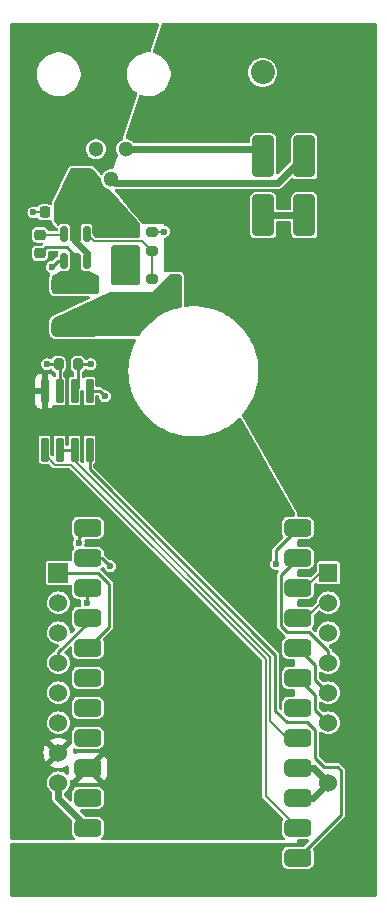
<source format=gbr>
%TF.GenerationSoftware,KiCad,Pcbnew,8.0.6*%
%TF.CreationDate,2024-10-28T22:07:04-04:00*%
%TF.ProjectId,VexQwiic,56657851-7769-4696-932e-6b696361645f,rev?*%
%TF.SameCoordinates,Original*%
%TF.FileFunction,Copper,L1,Top*%
%TF.FilePolarity,Positive*%
%FSLAX46Y46*%
G04 Gerber Fmt 4.6, Leading zero omitted, Abs format (unit mm)*
G04 Created by KiCad (PCBNEW 8.0.6) date 2024-10-28 22:07:04*
%MOMM*%
%LPD*%
G01*
G04 APERTURE LIST*
G04 Aperture macros list*
%AMRoundRect*
0 Rectangle with rounded corners*
0 $1 Rounding radius*
0 $2 $3 $4 $5 $6 $7 $8 $9 X,Y pos of 4 corners*
0 Add a 4 corners polygon primitive as box body*
4,1,4,$2,$3,$4,$5,$6,$7,$8,$9,$2,$3,0*
0 Add four circle primitives for the rounded corners*
1,1,$1+$1,$2,$3*
1,1,$1+$1,$4,$5*
1,1,$1+$1,$6,$7*
1,1,$1+$1,$8,$9*
0 Add four rect primitives between the rounded corners*
20,1,$1+$1,$2,$3,$4,$5,0*
20,1,$1+$1,$4,$5,$6,$7,0*
20,1,$1+$1,$6,$7,$8,$9,0*
20,1,$1+$1,$8,$9,$2,$3,0*%
G04 Aperture macros list end*
%TA.AperFunction,ComponentPad*%
%ADD10C,1.300000*%
%TD*%
%TA.AperFunction,SMDPad,CuDef*%
%ADD11RoundRect,0.225000X0.250000X-0.225000X0.250000X0.225000X-0.250000X0.225000X-0.250000X-0.225000X0*%
%TD*%
%TA.AperFunction,SMDPad,CuDef*%
%ADD12RoundRect,0.150000X0.150000X-0.512500X0.150000X0.512500X-0.150000X0.512500X-0.150000X-0.512500X0*%
%TD*%
%TA.AperFunction,ComponentPad*%
%ADD13R,1.676400X1.676400*%
%TD*%
%TA.AperFunction,ComponentPad*%
%ADD14C,1.524000*%
%TD*%
%TA.AperFunction,ComponentPad*%
%ADD15R,1.524000X1.524000*%
%TD*%
%TA.AperFunction,SMDPad,CuDef*%
%ADD16RoundRect,0.200000X0.275000X-0.200000X0.275000X0.200000X-0.275000X0.200000X-0.275000X-0.200000X0*%
%TD*%
%TA.AperFunction,SMDPad,CuDef*%
%ADD17RoundRect,0.250000X-0.650000X1.500000X-0.650000X-1.500000X0.650000X-1.500000X0.650000X1.500000X0*%
%TD*%
%TA.AperFunction,SMDPad,CuDef*%
%ADD18RoundRect,0.200000X-0.200000X-0.275000X0.200000X-0.275000X0.200000X0.275000X-0.200000X0.275000X0*%
%TD*%
%TA.AperFunction,SMDPad,CuDef*%
%ADD19RoundRect,0.225000X-0.250000X0.225000X-0.250000X-0.225000X0.250000X-0.225000X0.250000X0.225000X0*%
%TD*%
%TA.AperFunction,SMDPad,CuDef*%
%ADD20RoundRect,0.225000X0.225000X0.250000X-0.225000X0.250000X-0.225000X-0.250000X0.225000X-0.250000X0*%
%TD*%
%TA.AperFunction,SMDPad,CuDef*%
%ADD21RoundRect,0.250000X-0.250000X0.250000X-0.250000X-0.250000X0.250000X-0.250000X0.250000X0.250000X0*%
%TD*%
%TA.AperFunction,SMDPad,CuDef*%
%ADD22RoundRect,0.375000X-1.625000X0.375000X-1.625000X-0.375000X1.625000X-0.375000X1.625000X0.375000X0*%
%TD*%
%TA.AperFunction,SMDPad,CuDef*%
%ADD23RoundRect,0.381000X0.762000X0.381000X-0.762000X0.381000X-0.762000X-0.381000X0.762000X-0.381000X0*%
%TD*%
%TA.AperFunction,SMDPad,CuDef*%
%ADD24RoundRect,0.042000X0.258000X-0.943000X0.258000X0.943000X-0.258000X0.943000X-0.258000X-0.943000X0*%
%TD*%
%TA.AperFunction,ComponentPad*%
%ADD25R,2.032000X2.032000*%
%TD*%
%TA.AperFunction,ComponentPad*%
%ADD26C,2.032000*%
%TD*%
%TA.AperFunction,ViaPad*%
%ADD27C,0.600000*%
%TD*%
%TA.AperFunction,Conductor*%
%ADD28C,0.600000*%
%TD*%
%TA.AperFunction,Conductor*%
%ADD29C,0.760000*%
%TD*%
%TA.AperFunction,Conductor*%
%ADD30C,0.250000*%
%TD*%
%TA.AperFunction,Conductor*%
%ADD31C,0.200000*%
%TD*%
G04 APERTURE END LIST*
D10*
%TO.P,CONN1,1,DA*%
%TO.N,/RJ9_DA*%
X143805000Y-61200000D03*
%TO.P,CONN1,2,DB*%
%TO.N,/RJ9_DB*%
X142535000Y-63740000D03*
%TO.P,CONN1,3,GND*%
%TO.N,GND*%
X141265000Y-61200000D03*
%TO.P,CONN1,4,+12V*%
%TO.N,+12V*%
X139995000Y-63740000D03*
%TD*%
D11*
%TO.P,C4,1*%
%TO.N,Net-(D3-A)*%
X144500000Y-73775000D03*
%TO.P,C4,2*%
%TO.N,GND*%
X144500000Y-72225000D03*
%TD*%
D12*
%TO.P,U3,1,GND*%
%TO.N,GND*%
X138550000Y-70637500D03*
%TO.P,U3,2,SW*%
%TO.N,Net-(U3-SW)*%
X139500000Y-70637500D03*
%TO.P,U3,3,VIN*%
%TO.N,+12V*%
X140450000Y-70637500D03*
%TO.P,U3,4,VFB*%
%TO.N,Net-(U3-VFB)*%
X140450000Y-68362500D03*
%TO.P,U3,5,EN*%
%TO.N,+12V*%
X139500000Y-68362500D03*
%TO.P,U3,6,VBST*%
%TO.N,Net-(U3-VBST)*%
X138550000Y-68362500D03*
%TD*%
D13*
%TO.P,CON1,P1,AN*%
%TO.N,/MKBUS_AN*%
X138065306Y-97058858D03*
D14*
%TO.P,CON1,P2,RST*%
%TO.N,/MKBUS_RST*%
X138065306Y-99598858D03*
%TO.P,CON1,P3,CS*%
%TO.N,/MKBUS_CS*%
X138065306Y-102138858D03*
%TO.P,CON1,P4,SCK*%
%TO.N,/MKBUS_SCK*%
X138065306Y-104678858D03*
%TO.P,CON1,P5,MISO*%
%TO.N,/MKBUS_MISO*%
X138065306Y-107218858D03*
%TO.P,CON1,P6,MOSI*%
%TO.N,/MKBUS_MOSI*%
X138065306Y-109758858D03*
%TO.P,CON1,P7,3V3*%
%TO.N,+3.3V*%
X138065306Y-112298858D03*
%TO.P,CON1,P8,GND1*%
%TO.N,GND*%
X138065306Y-114838858D03*
%TO.P,CON1,P9,GND2*%
X160925306Y-114838858D03*
%TO.P,CON1,P10,5V*%
%TO.N,+5V*%
X160925306Y-112298858D03*
%TO.P,CON1,P11,SDA*%
%TO.N,/MKBUS_SDA*%
X160925306Y-109758858D03*
%TO.P,CON1,P12,SCL*%
%TO.N,/MKBUS_SCL*%
X160925306Y-107218858D03*
%TO.P,CON1,P13,TX*%
%TO.N,/MKBUS_TX*%
X160925306Y-104678858D03*
%TO.P,CON1,P14,RX*%
%TO.N,/MKBUS_RX*%
X160925306Y-102138858D03*
%TO.P,CON1,P15,INT*%
%TO.N,/MKBUS_INT*%
X160925306Y-99598858D03*
D15*
%TO.P,CON1,P16,PWM*%
%TO.N,/MKBUS_PWM*%
X160925306Y-97058858D03*
%TD*%
D11*
%TO.P,C3,1*%
%TO.N,Net-(U3-SW)*%
X136500000Y-70000000D03*
%TO.P,C3,2*%
%TO.N,Net-(U3-VBST)*%
X136500000Y-68450000D03*
%TD*%
D16*
%TO.P,R2,1*%
%TO.N,Net-(U3-VFB)*%
X146000000Y-69825000D03*
%TO.P,R2,2*%
%TO.N,GND*%
X146000000Y-68175000D03*
%TD*%
D17*
%TO.P,D1,1,A1*%
%TO.N,/RJ9_DB*%
X158900000Y-61800000D03*
%TO.P,D1,2,A2*%
%TO.N,GND*%
X158900000Y-66800000D03*
%TD*%
%TO.P,D2,1,A1*%
%TO.N,/RJ9_DA*%
X155400000Y-61800000D03*
%TO.P,D2,2,A2*%
%TO.N,GND*%
X155400000Y-66800000D03*
%TD*%
D16*
%TO.P,R1,1*%
%TO.N,Net-(D3-A)*%
X146000000Y-73825000D03*
%TO.P,R1,2*%
%TO.N,Net-(U3-VFB)*%
X146000000Y-72175000D03*
%TD*%
D18*
%TO.P,R3,1*%
%TO.N,/RJ9_DB*%
X138075000Y-79400000D03*
%TO.P,R3,2*%
%TO.N,/RJ9_DA*%
X139725000Y-79400000D03*
%TD*%
D19*
%TO.P,C2,1*%
%TO.N,+12V*%
X144500000Y-68225000D03*
%TO.P,C2,2*%
%TO.N,GND*%
X144500000Y-69775000D03*
%TD*%
%TO.P,C1,1*%
%TO.N,+12V*%
X143000000Y-68225000D03*
%TO.P,C1,2*%
%TO.N,GND*%
X143000000Y-69775000D03*
%TD*%
D20*
%TO.P,C6,1*%
%TO.N,+12V*%
X138450000Y-66550000D03*
%TO.P,C6,2*%
%TO.N,GND*%
X136900000Y-66550000D03*
%TD*%
D21*
%TO.P,D3,1,K*%
%TO.N,+5V*%
X148000000Y-69750000D03*
%TO.P,D3,2,A*%
%TO.N,Net-(D3-A)*%
X148000000Y-72250000D03*
%TD*%
D22*
%TO.P,L1,1,1*%
%TO.N,Net-(U3-SW)*%
X139500000Y-72700000D03*
%TO.P,L1,2,2*%
%TO.N,Net-(D3-A)*%
X139500000Y-76300000D03*
%TD*%
D11*
%TO.P,C5,1*%
%TO.N,Net-(D3-A)*%
X143000000Y-73775000D03*
%TO.P,C5,2*%
%TO.N,GND*%
X143000000Y-72225000D03*
%TD*%
D23*
%TO.P,U1,0,0/TX*%
%TO.N,/RS485_TX*%
X158345762Y-121200000D03*
%TO.P,U1,1,1/RX*%
%TO.N,/RS485_RX*%
X158345762Y-118660000D03*
%TO.P,U1,2,GND*%
%TO.N,GND*%
X158345762Y-116120000D03*
%TO.P,U1,3,GND*%
X158345762Y-113580000D03*
%TO.P,U1,4,2*%
%TO.N,/RS485_MODE*%
X158345762Y-111040000D03*
%TO.P,U1,5,3*%
%TO.N,unconnected-(U1-3-Pad5)*%
X158345762Y-108500000D03*
%TO.P,U1,6,4*%
%TO.N,/MKBUS_SDA*%
X158345762Y-105960000D03*
%TO.P,U1,7,5*%
%TO.N,/MKBUS_SCL*%
X158345762Y-103420000D03*
%TO.P,U1,8,6*%
%TO.N,/MKBUS_INT*%
X158345762Y-100880000D03*
%TO.P,U1,9,7*%
%TO.N,/MKBUS_PWM*%
X158345762Y-98340000D03*
%TO.P,U1,10,8/TX1*%
%TO.N,/MKBUS_TX*%
X158345762Y-95800000D03*
%TO.P,U1,11,9/RX1*%
%TO.N,/MKBUS_RX*%
X158345762Y-93260000D03*
%TO.P,U1,12,RAW*%
%TO.N,+5V*%
X140565762Y-121200000D03*
%TO.P,U1,13,GND*%
%TO.N,GND*%
X140565762Y-118660000D03*
%TO.P,U1,14,RESET*%
%TO.N,unconnected-(U1-RESET-Pad14)*%
X140565762Y-116120000D03*
%TO.P,U1,15,3.3V*%
%TO.N,+3.3V*%
X140565762Y-113580000D03*
%TO.P,U1,16,A3*%
%TO.N,unconnected-(U1-A3-Pad16)*%
X140565762Y-111040000D03*
%TO.P,U1,17,A2*%
%TO.N,unconnected-(U1-A2-Pad17)*%
X140565762Y-108500000D03*
%TO.P,U1,18,A1*%
%TO.N,unconnected-(U1-A1-Pad18)*%
X140565762Y-105960000D03*
%TO.P,U1,19,A0*%
%TO.N,/MKBUS_AN*%
X140565762Y-103420000D03*
%TO.P,U1,20,22/SPI_SCK*%
%TO.N,/MKBUS_SCK*%
X140565762Y-100880000D03*
%TO.P,U1,21,20/SPI_POCI*%
%TO.N,/MKBUS_MISO*%
X140565762Y-98340000D03*
%TO.P,U1,22,23/SPI_PICO*%
%TO.N,/MKBUS_MOSI*%
X140565762Y-95800000D03*
%TO.P,U1,23,21/SPI_CS*%
%TO.N,/MKBUS_CS*%
X140565762Y-93260000D03*
%TD*%
D24*
%TO.P,U5,1,RO*%
%TO.N,/RS485_RX*%
X136895000Y-86620000D03*
%TO.P,U5,2,RE\u002A*%
%TO.N,/RS485_MODE*%
X138165000Y-86620000D03*
%TO.P,U5,3,DE*%
X139435000Y-86620000D03*
%TO.P,U5,4,DI*%
%TO.N,/RS485_TX*%
X140705000Y-86620000D03*
%TO.P,U5,5,GND*%
%TO.N,GND*%
X140705000Y-81670000D03*
%TO.P,U5,6,A*%
%TO.N,/RJ9_DA*%
X139435000Y-81670000D03*
%TO.P,U5,7,B*%
%TO.N,/RJ9_DB*%
X138165000Y-81670000D03*
%TO.P,U5,8,VCC*%
%TO.N,+3.3V*%
X136895000Y-81670000D03*
%TD*%
D25*
%TO.P,J1,1,Pin_1*%
%TO.N,+5V*%
X158850000Y-54700000D03*
D26*
%TO.P,J1,2,Pin_2*%
%TO.N,GND*%
X155350000Y-54700000D03*
%TD*%
D27*
%TO.N,GND*%
X135950000Y-66550000D03*
X143754972Y-71000000D03*
X147000000Y-68175000D03*
X157200000Y-66800000D03*
X142000000Y-82100000D03*
X137488770Y-71160326D03*
%TO.N,/RJ9_DB*%
X137100000Y-79400000D03*
%TO.N,/RJ9_DA*%
X140800000Y-79400000D03*
%TO.N,/MKBUS_MISO*%
X140466228Y-99618000D03*
%TO.N,/MKBUS_CS*%
X139773689Y-94538000D03*
%TO.N,/MKBUS_MOSI*%
X142466228Y-96500000D03*
%TO.N,/MKBUS_RX*%
X156466228Y-96300000D03*
%TD*%
D28*
%TO.N,GND*%
X159666448Y-113580000D02*
X160925306Y-114838858D01*
X160925306Y-114838858D02*
X160911142Y-114838858D01*
X138065306Y-116159544D02*
X140565762Y-118660000D01*
X159630000Y-116120000D02*
X158345762Y-116120000D01*
D29*
X143000000Y-72225000D02*
X143000000Y-72108900D01*
D30*
X140705000Y-81670000D02*
X141570000Y-81670000D01*
D28*
X138065306Y-114838858D02*
X138065306Y-116159544D01*
D30*
X138011596Y-70637500D02*
X138550000Y-70637500D01*
D31*
X147000000Y-68175000D02*
X146000000Y-68175000D01*
D28*
X158345762Y-113580000D02*
X159666448Y-113580000D01*
D31*
X136900000Y-66550000D02*
X135950000Y-66550000D01*
D28*
X157400000Y-66800000D02*
X157200000Y-66800000D01*
X160911142Y-114838858D02*
X159630000Y-116120000D01*
D29*
X144500000Y-72117106D02*
X144500000Y-72225000D01*
D28*
X157400000Y-66800000D02*
X155400000Y-66800000D01*
D30*
X141570000Y-81670000D02*
X142000000Y-82100000D01*
D28*
X158900000Y-66800000D02*
X157400000Y-66800000D01*
D30*
X137488770Y-71160326D02*
X138011596Y-70637500D01*
D28*
%TO.N,+12V*%
X139500000Y-68998394D02*
X139500000Y-68362500D01*
X140450000Y-69948394D02*
X139500000Y-68998394D01*
X140450000Y-70637500D02*
X140450000Y-69948394D01*
%TO.N,/RJ9_DB*%
X158900000Y-61800000D02*
X156650000Y-64050000D01*
D30*
X138165000Y-81670000D02*
X138165000Y-79490000D01*
X138165000Y-79490000D02*
X138075000Y-79400000D01*
D28*
X142845000Y-64050000D02*
X142535000Y-63740000D01*
D30*
X138075000Y-79400000D02*
X137100000Y-79400000D01*
D28*
X156650000Y-64050000D02*
X142845000Y-64050000D01*
%TO.N,/RJ9_DA*%
X143805000Y-61200000D02*
X154800000Y-61200000D01*
D30*
X139725000Y-79400000D02*
X140800000Y-79400000D01*
X139725000Y-81380000D02*
X139435000Y-81670000D01*
X139725000Y-79400000D02*
X139725000Y-81380000D01*
D28*
X154800000Y-61200000D02*
X155400000Y-61800000D01*
D30*
%TO.N,/MKBUS_SDA*%
X159813762Y-108647314D02*
X160925306Y-109758858D01*
X158345762Y-105960000D02*
X159813762Y-107428000D01*
X159813762Y-107428000D02*
X159813762Y-108647314D01*
D31*
%TO.N,/MKBUS_PWM*%
X160241142Y-97058858D02*
X160925306Y-97058858D01*
X158345762Y-98340000D02*
X158960000Y-98340000D01*
X158960000Y-98340000D02*
X160241142Y-97058858D01*
X160341142Y-97058858D02*
X160925306Y-97058858D01*
D30*
%TO.N,/RS485_TX*%
X159813762Y-110366566D02*
X159147196Y-109700000D01*
X159147196Y-109700000D02*
X157404328Y-109700000D01*
X158345762Y-121200000D02*
X162012306Y-117533456D01*
X162012306Y-117533456D02*
X162012306Y-113812306D01*
X156425000Y-103993958D02*
X140705000Y-88273958D01*
X157404328Y-109700000D02*
X156425000Y-108720672D01*
X162012306Y-113812306D02*
X161700000Y-113500000D01*
X161700000Y-113500000D02*
X160589197Y-113500000D01*
X158295000Y-121250762D02*
X158345762Y-121200000D01*
X140705000Y-88273958D02*
X140705000Y-86620000D01*
X160589197Y-113500000D02*
X159813762Y-112724565D01*
X156425000Y-108720672D02*
X156425000Y-103993958D01*
X159813762Y-112724565D02*
X159813762Y-110366566D01*
%TO.N,/MKBUS_AN*%
X142366228Y-97999032D02*
X142366228Y-101619534D01*
X142366228Y-101619534D02*
X140565762Y-103420000D01*
X141426054Y-97058858D02*
X142366228Y-97999032D01*
X138065306Y-97058858D02*
X141426054Y-97058858D01*
%TO.N,/MKBUS_SCL*%
X159813762Y-104888000D02*
X159813762Y-106107314D01*
X159813762Y-106107314D02*
X160925306Y-107218858D01*
X158345762Y-103420000D02*
X159813762Y-104888000D01*
D31*
%TO.N,/RS485_RX*%
X136895000Y-87035824D02*
X136895000Y-86620000D01*
X158345762Y-118660000D02*
X155600000Y-115914238D01*
X155600000Y-104335685D02*
X139169315Y-87905000D01*
X139169315Y-87905000D02*
X137764176Y-87905000D01*
X155600000Y-115914238D02*
X155600000Y-104335685D01*
X137764176Y-87905000D02*
X136895000Y-87035824D01*
D30*
%TO.N,/MKBUS_MISO*%
X140466228Y-98439534D02*
X140565762Y-98340000D01*
X140466228Y-99618000D02*
X140466228Y-98439534D01*
%TO.N,/MKBUS_SCK*%
X138065306Y-103779022D02*
X138065306Y-104678858D01*
X140565762Y-101278566D02*
X138065306Y-103779022D01*
X140565762Y-100880000D02*
X140565762Y-101278566D01*
%TO.N,/MKBUS_CS*%
X139773689Y-94538000D02*
X139773689Y-94052073D01*
X139773689Y-94052073D02*
X140565762Y-93260000D01*
D31*
%TO.N,/MKBUS_INT*%
X158345762Y-100880000D02*
X159020000Y-100880000D01*
X159020000Y-100880000D02*
X160301142Y-99598858D01*
X160301142Y-99598858D02*
X160925306Y-99598858D01*
D30*
%TO.N,/MKBUS_MOSI*%
X142466228Y-96500000D02*
X141766228Y-95800000D01*
X141766228Y-95800000D02*
X140565762Y-95800000D01*
%TO.N,/MKBUS_TX*%
X158345762Y-95800000D02*
X156877762Y-97268000D01*
X159321275Y-102072078D02*
X160925306Y-103676109D01*
X156877762Y-101553434D02*
X157396406Y-102072078D01*
X157396406Y-102072078D02*
X159321275Y-102072078D01*
X160925306Y-103676109D02*
X160925306Y-104678858D01*
X156877762Y-97268000D02*
X156877762Y-101553434D01*
%TO.N,/MKBUS_RX*%
X156466228Y-95139534D02*
X156466228Y-96300000D01*
X158345762Y-93260000D02*
X156466228Y-95139534D01*
D31*
%TO.N,Net-(U3-VBST)*%
X138462500Y-68450000D02*
X138550000Y-68362500D01*
X136500000Y-68450000D02*
X138462500Y-68450000D01*
%TO.N,Net-(U3-VFB)*%
X141062500Y-68975000D02*
X145150000Y-68975000D01*
X140450000Y-68362500D02*
X141062500Y-68975000D01*
X146000000Y-72175000D02*
X146000000Y-69825000D01*
X145150000Y-68975000D02*
X146000000Y-69825000D01*
D30*
%TO.N,Net-(U3-SW)*%
X137000000Y-69500000D02*
X138750908Y-69500000D01*
X139500000Y-70249092D02*
X139500000Y-70637500D01*
X136500000Y-70000000D02*
X137000000Y-69500000D01*
X138750908Y-69500000D02*
X139500000Y-70249092D01*
D31*
%TO.N,/RS485_MODE*%
X157440000Y-111040000D02*
X156000000Y-109600000D01*
X158345762Y-111040000D02*
X157440000Y-111040000D01*
X139435000Y-87604999D02*
X139435000Y-86620000D01*
D30*
X139435000Y-86620000D02*
X138165000Y-86620000D01*
D31*
X156000000Y-104169999D02*
X139435000Y-87604999D01*
X156000000Y-109600000D02*
X156000000Y-104169999D01*
%TD*%
%TA.AperFunction,Conductor*%
%TO.N,+5V*%
G36*
X164942539Y-50520185D02*
G01*
X164988294Y-50572989D01*
X164999500Y-50624500D01*
X164999500Y-124375500D01*
X164979815Y-124442539D01*
X164927011Y-124488294D01*
X164875500Y-124499500D01*
X134124500Y-124499500D01*
X134057461Y-124479815D01*
X134011706Y-124427011D01*
X134000500Y-124375500D01*
X134000500Y-120024000D01*
X134020185Y-119956961D01*
X134072989Y-119911206D01*
X134124500Y-119900000D01*
X158100001Y-119900000D01*
X158300000Y-119900000D01*
X158300000Y-119713824D01*
X158327947Y-119660398D01*
X158388663Y-119625824D01*
X158417180Y-119622500D01*
X159145871Y-119622500D01*
X159145878Y-119622500D01*
X159148830Y-119622111D01*
X159149709Y-119622248D01*
X159149930Y-119622234D01*
X159149933Y-119622283D01*
X159217865Y-119632872D01*
X159270124Y-119679248D01*
X159289014Y-119746515D01*
X159268538Y-119813317D01*
X159252704Y-119832730D01*
X158884254Y-120201181D01*
X158822931Y-120234666D01*
X158796573Y-120237500D01*
X157545638Y-120237500D01*
X157431960Y-120252467D01*
X157431959Y-120252467D01*
X157290503Y-120311060D01*
X157169031Y-120404269D01*
X157075822Y-120525741D01*
X157017229Y-120667197D01*
X157017229Y-120667198D01*
X157002262Y-120780876D01*
X157002262Y-121619123D01*
X157017229Y-121732801D01*
X157017229Y-121732802D01*
X157075822Y-121874258D01*
X157075823Y-121874259D01*
X157169031Y-121995731D01*
X157290503Y-122088939D01*
X157431960Y-122147533D01*
X157545646Y-122162500D01*
X157545653Y-122162500D01*
X159145871Y-122162500D01*
X159145878Y-122162500D01*
X159259564Y-122147533D01*
X159401021Y-122088939D01*
X159522493Y-121995731D01*
X159615701Y-121874259D01*
X159674295Y-121732802D01*
X159689262Y-121619116D01*
X159689262Y-120780884D01*
X159674295Y-120667198D01*
X159615701Y-120525741D01*
X159615695Y-120525733D01*
X159613739Y-120522345D01*
X159612952Y-120519104D01*
X159612591Y-120518232D01*
X159612726Y-120518175D01*
X159597258Y-120454447D01*
X159620101Y-120388417D01*
X159633431Y-120372656D01*
X162272771Y-117733318D01*
X162315624Y-117659095D01*
X162337806Y-117576309D01*
X162337806Y-117490603D01*
X162337806Y-113769453D01*
X162315624Y-113686668D01*
X162315620Y-113686661D01*
X162272775Y-113612450D01*
X162272769Y-113612442D01*
X161899864Y-113239537D01*
X161899862Y-113239535D01*
X161862750Y-113218108D01*
X161825640Y-113196682D01*
X161784246Y-113185591D01*
X161742853Y-113174500D01*
X161742852Y-113174500D01*
X160775385Y-113174500D01*
X160708346Y-113154815D01*
X160687704Y-113138181D01*
X160175581Y-112626057D01*
X160142096Y-112564734D01*
X160139262Y-112538376D01*
X160139262Y-110621076D01*
X160158947Y-110554037D01*
X160211751Y-110508282D01*
X160280909Y-110498338D01*
X160341928Y-110525224D01*
X160387979Y-110563018D01*
X160387987Y-110563023D01*
X160555183Y-110652391D01*
X160555184Y-110652391D01*
X160555191Y-110652395D01*
X160736623Y-110707431D01*
X160736622Y-110707431D01*
X160753539Y-110709097D01*
X160925306Y-110726015D01*
X161113989Y-110707431D01*
X161295421Y-110652395D01*
X161462630Y-110563020D01*
X161609189Y-110442741D01*
X161729468Y-110296182D01*
X161818843Y-110128973D01*
X161873879Y-109947541D01*
X161892463Y-109758858D01*
X161873879Y-109570175D01*
X161818843Y-109388743D01*
X161797654Y-109349101D01*
X161729471Y-109221539D01*
X161729467Y-109221532D01*
X161609189Y-109074974D01*
X161462631Y-108954696D01*
X161462624Y-108954692D01*
X161295428Y-108865324D01*
X161295425Y-108865323D01*
X161295424Y-108865322D01*
X161295421Y-108865321D01*
X161113989Y-108810285D01*
X161113987Y-108810284D01*
X161113989Y-108810284D01*
X160925306Y-108791701D01*
X160736623Y-108810284D01*
X160577901Y-108858431D01*
X160508034Y-108859054D01*
X160454226Y-108827451D01*
X160175581Y-108548806D01*
X160142096Y-108487483D01*
X160139262Y-108461125D01*
X160139262Y-108081076D01*
X160158947Y-108014037D01*
X160211751Y-107968282D01*
X160280909Y-107958338D01*
X160341928Y-107985224D01*
X160387979Y-108023018D01*
X160387987Y-108023023D01*
X160555183Y-108112391D01*
X160555184Y-108112391D01*
X160555191Y-108112395D01*
X160736623Y-108167431D01*
X160736622Y-108167431D01*
X160753539Y-108169097D01*
X160925306Y-108186015D01*
X161113989Y-108167431D01*
X161295421Y-108112395D01*
X161462630Y-108023020D01*
X161609189Y-107902741D01*
X161729468Y-107756182D01*
X161818843Y-107588973D01*
X161873879Y-107407541D01*
X161892463Y-107218858D01*
X161873879Y-107030175D01*
X161818843Y-106848743D01*
X161729468Y-106681534D01*
X161729467Y-106681532D01*
X161609189Y-106534974D01*
X161462631Y-106414696D01*
X161462624Y-106414692D01*
X161295428Y-106325324D01*
X161295425Y-106325323D01*
X161295424Y-106325322D01*
X161295421Y-106325321D01*
X161113989Y-106270285D01*
X161113987Y-106270284D01*
X161113989Y-106270284D01*
X160925306Y-106251701D01*
X160736623Y-106270284D01*
X160577901Y-106318431D01*
X160508034Y-106319054D01*
X160454226Y-106287451D01*
X160175581Y-106008806D01*
X160142096Y-105947483D01*
X160139262Y-105921125D01*
X160139262Y-105541076D01*
X160158947Y-105474037D01*
X160211751Y-105428282D01*
X160280909Y-105418338D01*
X160341928Y-105445224D01*
X160387979Y-105483018D01*
X160387987Y-105483023D01*
X160555183Y-105572391D01*
X160555184Y-105572391D01*
X160555191Y-105572395D01*
X160736623Y-105627431D01*
X160736622Y-105627431D01*
X160753539Y-105629097D01*
X160925306Y-105646015D01*
X161113989Y-105627431D01*
X161295421Y-105572395D01*
X161462630Y-105483020D01*
X161609189Y-105362741D01*
X161729468Y-105216182D01*
X161818843Y-105048973D01*
X161873879Y-104867541D01*
X161892463Y-104678858D01*
X161873879Y-104490175D01*
X161818843Y-104308743D01*
X161818839Y-104308735D01*
X161729471Y-104141539D01*
X161729467Y-104141532D01*
X161609189Y-103994974D01*
X161462631Y-103874696D01*
X161462624Y-103874691D01*
X161316353Y-103796508D01*
X161266508Y-103747546D01*
X161250806Y-103687150D01*
X161250806Y-103633258D01*
X161250806Y-103633256D01*
X161228624Y-103550471D01*
X161228620Y-103550464D01*
X161185775Y-103476253D01*
X161185769Y-103476245D01*
X161010766Y-103301242D01*
X160977281Y-103239919D01*
X160982265Y-103170227D01*
X161024137Y-103114294D01*
X161086294Y-103090158D01*
X161113989Y-103087431D01*
X161295421Y-103032395D01*
X161462630Y-102943020D01*
X161609189Y-102822741D01*
X161729468Y-102676182D01*
X161818843Y-102508973D01*
X161873879Y-102327541D01*
X161892463Y-102138858D01*
X161873879Y-101950175D01*
X161818843Y-101768743D01*
X161814005Y-101759692D01*
X161729471Y-101601539D01*
X161729467Y-101601532D01*
X161609189Y-101454974D01*
X161462631Y-101334696D01*
X161462624Y-101334692D01*
X161295428Y-101245324D01*
X161295425Y-101245323D01*
X161295424Y-101245322D01*
X161295421Y-101245321D01*
X161113989Y-101190285D01*
X161113987Y-101190284D01*
X161113989Y-101190284D01*
X160925306Y-101171701D01*
X160736624Y-101190284D01*
X160629500Y-101222779D01*
X160555191Y-101245321D01*
X160555188Y-101245322D01*
X160555186Y-101245323D01*
X160555183Y-101245324D01*
X160387987Y-101334692D01*
X160387980Y-101334696D01*
X160241422Y-101454974D01*
X160121144Y-101601532D01*
X160121140Y-101601539D01*
X160031772Y-101768735D01*
X160031771Y-101768738D01*
X159976732Y-101950176D01*
X159974005Y-101977871D01*
X159947844Y-102042658D01*
X159890809Y-102083016D01*
X159821009Y-102086133D01*
X159762921Y-102053397D01*
X159539802Y-101830278D01*
X159506317Y-101768955D01*
X159511301Y-101699263D01*
X159529107Y-101667111D01*
X159532732Y-101662387D01*
X159615701Y-101554259D01*
X159674295Y-101412802D01*
X159689262Y-101299116D01*
X159689262Y-100687070D01*
X159708947Y-100620031D01*
X159725577Y-100599393D01*
X160054895Y-100270074D01*
X160116216Y-100236591D01*
X160185907Y-100241575D01*
X160238423Y-100279087D01*
X160241421Y-100282740D01*
X160387980Y-100403019D01*
X160387987Y-100403023D01*
X160555183Y-100492391D01*
X160555184Y-100492391D01*
X160555191Y-100492395D01*
X160736623Y-100547431D01*
X160736622Y-100547431D01*
X160753539Y-100549097D01*
X160925306Y-100566015D01*
X161113989Y-100547431D01*
X161295421Y-100492395D01*
X161462630Y-100403020D01*
X161609189Y-100282741D01*
X161729468Y-100136182D01*
X161818843Y-99968973D01*
X161873879Y-99787541D01*
X161892463Y-99598858D01*
X161873879Y-99410175D01*
X161818843Y-99228743D01*
X161729468Y-99061534D01*
X161729467Y-99061532D01*
X161609189Y-98914974D01*
X161462631Y-98794696D01*
X161462624Y-98794692D01*
X161295428Y-98705324D01*
X161295425Y-98705323D01*
X161295424Y-98705322D01*
X161295421Y-98705321D01*
X161113989Y-98650285D01*
X161113987Y-98650284D01*
X161113989Y-98650284D01*
X160925306Y-98631701D01*
X160736624Y-98650284D01*
X160629500Y-98682779D01*
X160555191Y-98705321D01*
X160555188Y-98705322D01*
X160555186Y-98705323D01*
X160555183Y-98705324D01*
X160387987Y-98794692D01*
X160387980Y-98794696D01*
X160241422Y-98914974D01*
X160121144Y-99061532D01*
X160121140Y-99061539D01*
X160031772Y-99228735D01*
X160031771Y-99228738D01*
X159976732Y-99410175D01*
X159971453Y-99463772D01*
X159945290Y-99528558D01*
X159935731Y-99539296D01*
X159518259Y-99956768D01*
X159456936Y-99990253D01*
X159387244Y-99985269D01*
X159383125Y-99983648D01*
X159318231Y-99956768D01*
X159259564Y-99932467D01*
X159245353Y-99930596D01*
X159145885Y-99917500D01*
X159145878Y-99917500D01*
X158424000Y-99917500D01*
X158356961Y-99897815D01*
X158311206Y-99845011D01*
X158300000Y-99793500D01*
X158300000Y-99426500D01*
X158319685Y-99359461D01*
X158372489Y-99313706D01*
X158424000Y-99302500D01*
X159145871Y-99302500D01*
X159145878Y-99302500D01*
X159259564Y-99287533D01*
X159401021Y-99228939D01*
X159522493Y-99135731D01*
X159615701Y-99014259D01*
X159674295Y-98872802D01*
X159689262Y-98759116D01*
X159689262Y-98087071D01*
X159708947Y-98020032D01*
X159725575Y-97999395D01*
X159808098Y-97916872D01*
X159869417Y-97883390D01*
X159939109Y-97888374D01*
X159995043Y-97930245D01*
X159998877Y-97935664D01*
X160018752Y-97965409D01*
X160085075Y-98009725D01*
X160085076Y-98009726D01*
X160143553Y-98021357D01*
X160143556Y-98021358D01*
X160143558Y-98021358D01*
X161707056Y-98021358D01*
X161707057Y-98021357D01*
X161721874Y-98018410D01*
X161765535Y-98009726D01*
X161765535Y-98009725D01*
X161765537Y-98009725D01*
X161831858Y-97965410D01*
X161876173Y-97899089D01*
X161876173Y-97899087D01*
X161876174Y-97899087D01*
X161887805Y-97840610D01*
X161887806Y-97840608D01*
X161887806Y-96277107D01*
X161887805Y-96277105D01*
X161876174Y-96218628D01*
X161876173Y-96218627D01*
X161831858Y-96152305D01*
X161765536Y-96107990D01*
X161765535Y-96107989D01*
X161707058Y-96096358D01*
X161707054Y-96096358D01*
X160143558Y-96096358D01*
X160143553Y-96096358D01*
X160085076Y-96107989D01*
X160085075Y-96107990D01*
X160018753Y-96152305D01*
X159974438Y-96218627D01*
X159974437Y-96218628D01*
X159962806Y-96277105D01*
X159962806Y-96860860D01*
X159943121Y-96927899D01*
X159926487Y-96948541D01*
X159475833Y-97399195D01*
X159414510Y-97432680D01*
X159344818Y-97427696D01*
X159340720Y-97426083D01*
X159259564Y-97392467D01*
X159245353Y-97390596D01*
X159145885Y-97377500D01*
X159145878Y-97377500D01*
X158424000Y-97377500D01*
X158356961Y-97357815D01*
X158311206Y-97305011D01*
X158300000Y-97253500D01*
X158300000Y-96886500D01*
X158319685Y-96819461D01*
X158372489Y-96773706D01*
X158424000Y-96762500D01*
X159145871Y-96762500D01*
X159145878Y-96762500D01*
X159259564Y-96747533D01*
X159401021Y-96688939D01*
X159522493Y-96595731D01*
X159615701Y-96474259D01*
X159674295Y-96332802D01*
X159689262Y-96219116D01*
X159689262Y-95380884D01*
X159674295Y-95267198D01*
X159615701Y-95125741D01*
X159522493Y-95004269D01*
X159401021Y-94911061D01*
X159401020Y-94911060D01*
X159318157Y-94876737D01*
X159259564Y-94852467D01*
X159245353Y-94850596D01*
X159145885Y-94837500D01*
X159145878Y-94837500D01*
X158424000Y-94837500D01*
X158356961Y-94817815D01*
X158311206Y-94765011D01*
X158300000Y-94713500D01*
X158300000Y-94346500D01*
X158319685Y-94279461D01*
X158372489Y-94233706D01*
X158424000Y-94222500D01*
X159145871Y-94222500D01*
X159145878Y-94222500D01*
X159259564Y-94207533D01*
X159401021Y-94148939D01*
X159522493Y-94055731D01*
X159615701Y-93934259D01*
X159674295Y-93792802D01*
X159689262Y-93679116D01*
X159689262Y-92840884D01*
X159674295Y-92727198D01*
X159615701Y-92585741D01*
X159522493Y-92464269D01*
X159401021Y-92371061D01*
X159401020Y-92371060D01*
X159318157Y-92336737D01*
X159259564Y-92312467D01*
X159245353Y-92310596D01*
X159145885Y-92297500D01*
X159145878Y-92297500D01*
X158424000Y-92297500D01*
X158356961Y-92277815D01*
X158311206Y-92225011D01*
X158300000Y-92173500D01*
X158300000Y-92052574D01*
X158300000Y-92000000D01*
X153639889Y-83747722D01*
X153624066Y-83679673D01*
X153647547Y-83613867D01*
X153654752Y-83604864D01*
X153783446Y-83458641D01*
X154061328Y-83082919D01*
X154306345Y-82684985D01*
X154516733Y-82267706D01*
X154690975Y-81834088D01*
X154827816Y-81387255D01*
X154926270Y-80930427D01*
X154985628Y-80466896D01*
X155005332Y-80003050D01*
X155005461Y-80000006D01*
X155005461Y-79999993D01*
X154985629Y-79533117D01*
X154985628Y-79533111D01*
X154985628Y-79533104D01*
X154926270Y-79069573D01*
X154827816Y-78612745D01*
X154690975Y-78165912D01*
X154516733Y-77732294D01*
X154516733Y-77732293D01*
X154306354Y-77315032D01*
X154306343Y-77315012D01*
X154289985Y-77288445D01*
X154061328Y-76917081D01*
X153783446Y-76541359D01*
X153783442Y-76541354D01*
X153783436Y-76541346D01*
X153474702Y-76190559D01*
X153474689Y-76190546D01*
X153137322Y-75867205D01*
X152895894Y-75672266D01*
X152773730Y-75573625D01*
X152386553Y-75311940D01*
X152375835Y-75305953D01*
X151978588Y-75084036D01*
X151978566Y-75084025D01*
X151552752Y-74891544D01*
X151552747Y-74891542D01*
X151112119Y-74735859D01*
X150659885Y-74618107D01*
X150199302Y-74539132D01*
X150199276Y-74539129D01*
X149733676Y-74499500D01*
X149733658Y-74499500D01*
X149266342Y-74499500D01*
X149266323Y-74499500D01*
X148834516Y-74536253D01*
X148766049Y-74522325D01*
X148715980Y-74473592D01*
X148700000Y-74412700D01*
X148700000Y-72565398D01*
X148700385Y-72557163D01*
X148700365Y-72557163D01*
X148700500Y-72554277D01*
X148700500Y-71945730D01*
X148697646Y-71915300D01*
X148697646Y-71915298D01*
X148652793Y-71787119D01*
X148652792Y-71787117D01*
X148635962Y-71764313D01*
X148572150Y-71677850D01*
X148462882Y-71597207D01*
X148462880Y-71597206D01*
X148334700Y-71552353D01*
X148304270Y-71549500D01*
X148304266Y-71549500D01*
X147695734Y-71549500D01*
X147695730Y-71549500D01*
X147665300Y-71552353D01*
X147665298Y-71552354D01*
X147549022Y-71593041D01*
X147508067Y-71600000D01*
X147212211Y-71600000D01*
X147188020Y-71597617D01*
X147172744Y-71594578D01*
X147147656Y-71589588D01*
X147102956Y-71571072D01*
X147079086Y-71555122D01*
X147044877Y-71520913D01*
X147028927Y-71497043D01*
X147010412Y-71452346D01*
X147002381Y-71411971D01*
X147000000Y-71387789D01*
X147000000Y-68789455D01*
X147019685Y-68722416D01*
X147072489Y-68676661D01*
X147089066Y-68670478D01*
X147210050Y-68634954D01*
X147210050Y-68634953D01*
X147210053Y-68634953D01*
X147331128Y-68557143D01*
X147425377Y-68448373D01*
X147485165Y-68317457D01*
X147505647Y-68175000D01*
X147485165Y-68032543D01*
X147425377Y-67901627D01*
X147331128Y-67792857D01*
X147210053Y-67715047D01*
X147210051Y-67715046D01*
X147210049Y-67715045D01*
X147210050Y-67715045D01*
X147071964Y-67674500D01*
X147067969Y-67673926D01*
X147064297Y-67672249D01*
X147063452Y-67672001D01*
X147063487Y-67671879D01*
X147004414Y-67644900D01*
X147000000Y-67639897D01*
X147000000Y-67500000D01*
X146800004Y-67500000D01*
X145235085Y-67500000D01*
X145168046Y-67480315D01*
X145130987Y-67443377D01*
X145125048Y-67434200D01*
X145112358Y-67416371D01*
X145101193Y-67402066D01*
X144833512Y-67088683D01*
X144159418Y-66299500D01*
X143259323Y-65245730D01*
X154299500Y-65245730D01*
X154299500Y-68354269D01*
X154302353Y-68384699D01*
X154302353Y-68384701D01*
X154347206Y-68512880D01*
X154347207Y-68512882D01*
X154427850Y-68622150D01*
X154537118Y-68702793D01*
X154579845Y-68717744D01*
X154665299Y-68747646D01*
X154695730Y-68750500D01*
X154695734Y-68750500D01*
X156104270Y-68750500D01*
X156134699Y-68747646D01*
X156134701Y-68747646D01*
X156206802Y-68722416D01*
X156262882Y-68702793D01*
X156372150Y-68622150D01*
X156452793Y-68512882D01*
X156475366Y-68448371D01*
X156497646Y-68384701D01*
X156497646Y-68384699D01*
X156500500Y-68354269D01*
X156500500Y-67424500D01*
X156520185Y-67357461D01*
X156572989Y-67311706D01*
X156624500Y-67300500D01*
X157128039Y-67300500D01*
X157134108Y-67300500D01*
X157334108Y-67300500D01*
X157675500Y-67300500D01*
X157742539Y-67320185D01*
X157788294Y-67372989D01*
X157799500Y-67424500D01*
X157799500Y-68354269D01*
X157802353Y-68384699D01*
X157802353Y-68384701D01*
X157847206Y-68512880D01*
X157847207Y-68512882D01*
X157927850Y-68622150D01*
X158037118Y-68702793D01*
X158079845Y-68717744D01*
X158165299Y-68747646D01*
X158195730Y-68750500D01*
X158195734Y-68750500D01*
X159604270Y-68750500D01*
X159634699Y-68747646D01*
X159634701Y-68747646D01*
X159706802Y-68722416D01*
X159762882Y-68702793D01*
X159872150Y-68622150D01*
X159952793Y-68512882D01*
X159975366Y-68448371D01*
X159997646Y-68384701D01*
X159997646Y-68384699D01*
X160000500Y-68354269D01*
X160000500Y-65245730D01*
X159997646Y-65215300D01*
X159997646Y-65215298D01*
X159952793Y-65087119D01*
X159952792Y-65087117D01*
X159872150Y-64977850D01*
X159762882Y-64897207D01*
X159762880Y-64897206D01*
X159634700Y-64852353D01*
X159604270Y-64849500D01*
X159604266Y-64849500D01*
X158195734Y-64849500D01*
X158195730Y-64849500D01*
X158165300Y-64852353D01*
X158165298Y-64852353D01*
X158037119Y-64897206D01*
X158037117Y-64897207D01*
X157927850Y-64977850D01*
X157847207Y-65087117D01*
X157847206Y-65087119D01*
X157802353Y-65215298D01*
X157802353Y-65215300D01*
X157799500Y-65245730D01*
X157799500Y-66175500D01*
X157779815Y-66242539D01*
X157727011Y-66288294D01*
X157675500Y-66299500D01*
X156624500Y-66299500D01*
X156557461Y-66279815D01*
X156511706Y-66227011D01*
X156500500Y-66175500D01*
X156500500Y-65245730D01*
X156497646Y-65215300D01*
X156497646Y-65215298D01*
X156452793Y-65087119D01*
X156452792Y-65087117D01*
X156372150Y-64977850D01*
X156262882Y-64897207D01*
X156262880Y-64897206D01*
X156134700Y-64852353D01*
X156104270Y-64849500D01*
X156104266Y-64849500D01*
X154695734Y-64849500D01*
X154695730Y-64849500D01*
X154665300Y-64852353D01*
X154665298Y-64852353D01*
X154537119Y-64897206D01*
X154537117Y-64897207D01*
X154427850Y-64977850D01*
X154347207Y-65087117D01*
X154347206Y-65087119D01*
X154302353Y-65215298D01*
X154302353Y-65215300D01*
X154299500Y-65245730D01*
X143259323Y-65245730D01*
X142840189Y-64755036D01*
X142811615Y-64691276D01*
X142822049Y-64622190D01*
X142868177Y-64569712D01*
X142934475Y-64550500D01*
X156715890Y-64550500D01*
X156715892Y-64550500D01*
X156843186Y-64516392D01*
X156957314Y-64450500D01*
X157770587Y-63637225D01*
X157831908Y-63603742D01*
X157901599Y-63608726D01*
X157931894Y-63625135D01*
X158037118Y-63702793D01*
X158079845Y-63717744D01*
X158165299Y-63747646D01*
X158195730Y-63750500D01*
X158195734Y-63750500D01*
X159604270Y-63750500D01*
X159634699Y-63747646D01*
X159634701Y-63747646D01*
X159698790Y-63725219D01*
X159762882Y-63702793D01*
X159872150Y-63622150D01*
X159952793Y-63512882D01*
X159975219Y-63448790D01*
X159997646Y-63384701D01*
X159997646Y-63384699D01*
X160000500Y-63354269D01*
X160000500Y-60245730D01*
X159997646Y-60215300D01*
X159997646Y-60215298D01*
X159952793Y-60087119D01*
X159952792Y-60087117D01*
X159872150Y-59977850D01*
X159762882Y-59897207D01*
X159762880Y-59897206D01*
X159634700Y-59852353D01*
X159604270Y-59849500D01*
X159604266Y-59849500D01*
X158195734Y-59849500D01*
X158195730Y-59849500D01*
X158165300Y-59852353D01*
X158165298Y-59852353D01*
X158037119Y-59897206D01*
X158037117Y-59897207D01*
X157927850Y-59977850D01*
X157847207Y-60087117D01*
X157847206Y-60087119D01*
X157802353Y-60215298D01*
X157802353Y-60215300D01*
X157799500Y-60245730D01*
X157799500Y-62141324D01*
X157779815Y-62208363D01*
X157763181Y-62229005D01*
X156712181Y-63280005D01*
X156650858Y-63313490D01*
X156581166Y-63308506D01*
X156525233Y-63266634D01*
X156500816Y-63201170D01*
X156500500Y-63192324D01*
X156500500Y-60245730D01*
X156497646Y-60215300D01*
X156497646Y-60215298D01*
X156452793Y-60087119D01*
X156452792Y-60087117D01*
X156372150Y-59977850D01*
X156262882Y-59897207D01*
X156262880Y-59897206D01*
X156134700Y-59852353D01*
X156104270Y-59849500D01*
X156104266Y-59849500D01*
X154695734Y-59849500D01*
X154695730Y-59849500D01*
X154665300Y-59852353D01*
X154665298Y-59852353D01*
X154537119Y-59897206D01*
X154537117Y-59897207D01*
X154427850Y-59977850D01*
X154347207Y-60087117D01*
X154347206Y-60087119D01*
X154302353Y-60215298D01*
X154302353Y-60215300D01*
X154299500Y-60245730D01*
X154299500Y-60575500D01*
X154279815Y-60642539D01*
X154227011Y-60688294D01*
X154175500Y-60699500D01*
X144554017Y-60699500D01*
X144486978Y-60679815D01*
X144461867Y-60658472D01*
X144377235Y-60564478D01*
X144377232Y-60564476D01*
X144377231Y-60564475D01*
X144377230Y-60564474D01*
X144232593Y-60459388D01*
X144069267Y-60386671D01*
X144069265Y-60386670D01*
X143941594Y-60359533D01*
X143894391Y-60349500D01*
X143882815Y-60349500D01*
X143815776Y-60329815D01*
X143770021Y-60277011D01*
X143760077Y-60207853D01*
X143764631Y-60187969D01*
X143796658Y-60087119D01*
X144885876Y-56657238D01*
X144924927Y-56599304D01*
X144989103Y-56571677D01*
X145051507Y-56580210D01*
X145113900Y-56606054D01*
X145348211Y-56668838D01*
X145528586Y-56692584D01*
X145588711Y-56700500D01*
X145588712Y-56700500D01*
X145831289Y-56700500D01*
X145879388Y-56694167D01*
X146071789Y-56668838D01*
X146306100Y-56606054D01*
X146530212Y-56513224D01*
X146740289Y-56391936D01*
X146932738Y-56244265D01*
X147104265Y-56072738D01*
X147251936Y-55880289D01*
X147373224Y-55670212D01*
X147466054Y-55446100D01*
X147528838Y-55211789D01*
X147560500Y-54971288D01*
X147560500Y-54728712D01*
X147556720Y-54699998D01*
X154128853Y-54699998D01*
X154128853Y-54700001D01*
X154147404Y-54912044D01*
X154147406Y-54912055D01*
X154202494Y-55117649D01*
X154202496Y-55117653D01*
X154202497Y-55117657D01*
X154246390Y-55211785D01*
X154292456Y-55310574D01*
X154292458Y-55310578D01*
X154414543Y-55484933D01*
X154414548Y-55484939D01*
X154565060Y-55635451D01*
X154565066Y-55635456D01*
X154739421Y-55757541D01*
X154739423Y-55757542D01*
X154739426Y-55757544D01*
X154932343Y-55847503D01*
X155137950Y-55902595D01*
X155289414Y-55915846D01*
X155349998Y-55921147D01*
X155350000Y-55921147D01*
X155350002Y-55921147D01*
X155403012Y-55916509D01*
X155562050Y-55902595D01*
X155767657Y-55847503D01*
X155960574Y-55757544D01*
X156134938Y-55635453D01*
X156285453Y-55484938D01*
X156407544Y-55310574D01*
X156497503Y-55117657D01*
X156552595Y-54912050D01*
X156571147Y-54700000D01*
X156552595Y-54487950D01*
X156497503Y-54282343D01*
X156407544Y-54089427D01*
X156365782Y-54029785D01*
X156285454Y-53915063D01*
X156285450Y-53915059D01*
X156134938Y-53764547D01*
X156134934Y-53764544D01*
X156134933Y-53764543D01*
X155960578Y-53642458D01*
X155960574Y-53642456D01*
X155960572Y-53642455D01*
X155767657Y-53552497D01*
X155767653Y-53552496D01*
X155767649Y-53552494D01*
X155562055Y-53497406D01*
X155562051Y-53497405D01*
X155562050Y-53497405D01*
X155562049Y-53497404D01*
X155562044Y-53497404D01*
X155350002Y-53478853D01*
X155349998Y-53478853D01*
X155137955Y-53497404D01*
X155137944Y-53497406D01*
X154932350Y-53552494D01*
X154932341Y-53552498D01*
X154739427Y-53642455D01*
X154739425Y-53642456D01*
X154565059Y-53764548D01*
X154414548Y-53915059D01*
X154292456Y-54089425D01*
X154292455Y-54089427D01*
X154202498Y-54282341D01*
X154202494Y-54282350D01*
X154147406Y-54487944D01*
X154147404Y-54487955D01*
X154128853Y-54699998D01*
X147556720Y-54699998D01*
X147528838Y-54488211D01*
X147466054Y-54253900D01*
X147373224Y-54029788D01*
X147251936Y-53819711D01*
X147104265Y-53627262D01*
X147104260Y-53627256D01*
X146932743Y-53455739D01*
X146932736Y-53455733D01*
X146740293Y-53308067D01*
X146740292Y-53308066D01*
X146740289Y-53308064D01*
X146530212Y-53186776D01*
X146530205Y-53186773D01*
X146306104Y-53093947D01*
X146165474Y-53056265D01*
X146105814Y-53019899D01*
X146075285Y-52957052D01*
X146079384Y-52898959D01*
X146813598Y-50586967D01*
X146852649Y-50529032D01*
X146916825Y-50501405D01*
X146931781Y-50500500D01*
X164875500Y-50500500D01*
X164942539Y-50520185D01*
G37*
%TD.AperFunction*%
%TD*%
%TA.AperFunction,Conductor*%
%TO.N,Net-(D3-A)*%
G36*
X148226247Y-71755221D02*
G01*
X148228379Y-71755645D01*
X148312562Y-71772389D01*
X148316706Y-71774106D01*
X148410229Y-71836597D01*
X148413402Y-71839770D01*
X148475893Y-71933293D01*
X148477610Y-71937438D01*
X148494779Y-72023751D01*
X148495000Y-72025995D01*
X148495000Y-72549637D01*
X148494987Y-72550175D01*
X148494724Y-72555778D01*
X148494500Y-72565403D01*
X148494500Y-74412697D01*
X148494501Y-74412713D01*
X148499905Y-74454586D01*
X148500000Y-74456058D01*
X148500000Y-74580994D01*
X148496632Y-74589126D01*
X148490444Y-74592329D01*
X148388729Y-74609771D01*
X148340113Y-74618108D01*
X147923925Y-74726474D01*
X147887872Y-74735862D01*
X147447254Y-74891542D01*
X147447253Y-74891542D01*
X147021428Y-75084028D01*
X147021420Y-75084032D01*
X146613460Y-75311931D01*
X146613446Y-75311940D01*
X146226261Y-75573630D01*
X145862688Y-75867197D01*
X145862677Y-75867206D01*
X145525308Y-76190548D01*
X145216544Y-76541370D01*
X144938675Y-76917076D01*
X144860199Y-77044530D01*
X144853067Y-77049688D01*
X144850406Y-77050000D01*
X141500000Y-77050000D01*
X137801133Y-77050000D01*
X137798889Y-77049779D01*
X137687438Y-77027610D01*
X137683293Y-77025893D01*
X137589770Y-76963402D01*
X137586597Y-76960229D01*
X137524106Y-76866706D01*
X137522389Y-76862560D01*
X137500221Y-76751110D01*
X137500000Y-76748867D01*
X137500000Y-75745078D01*
X137500210Y-75742891D01*
X137508671Y-75699209D01*
X137521273Y-75634145D01*
X137522903Y-75630094D01*
X137582441Y-75538015D01*
X137585462Y-75534870D01*
X137675993Y-75471031D01*
X137677889Y-75469949D01*
X142440735Y-73326669D01*
X142441856Y-73326234D01*
X142500277Y-73307059D01*
X142502638Y-73306552D01*
X142563787Y-73300064D01*
X142565000Y-73300000D01*
X145872844Y-73300000D01*
X145872845Y-73300000D01*
X146000000Y-73300000D01*
X146750000Y-72525000D01*
X147410772Y-71842202D01*
X147412520Y-71840724D01*
X147460920Y-71807517D01*
X147467426Y-71805500D01*
X147508075Y-71805500D01*
X147533103Y-71803388D01*
X147542492Y-71802596D01*
X147542496Y-71802595D01*
X147542499Y-71802595D01*
X147564084Y-71798927D01*
X147583447Y-71795637D01*
X147616885Y-71787012D01*
X147616887Y-71787010D01*
X147616895Y-71787009D01*
X147706528Y-71755645D01*
X147710326Y-71755000D01*
X148224004Y-71755000D01*
X148226247Y-71755221D01*
G37*
%TD.AperFunction*%
%TD*%
%TA.AperFunction,Conductor*%
%TO.N,+3.3V*%
G36*
X146523001Y-50520185D02*
G01*
X146568756Y-50572989D01*
X146578700Y-50642147D01*
X146574146Y-50662031D01*
X145883524Y-52836757D01*
X145874394Y-52884497D01*
X145873918Y-52888146D01*
X145873001Y-52888026D01*
X145850055Y-52949720D01*
X145794159Y-52991642D01*
X145750720Y-52999500D01*
X145588711Y-52999500D01*
X145348214Y-53031161D01*
X145113895Y-53093947D01*
X144889794Y-53186773D01*
X144889785Y-53186777D01*
X144679706Y-53308067D01*
X144487263Y-53455733D01*
X144487256Y-53455739D01*
X144315739Y-53627256D01*
X144315733Y-53627263D01*
X144168067Y-53819706D01*
X144046777Y-54029785D01*
X144046773Y-54029794D01*
X143953947Y-54253895D01*
X143891161Y-54488214D01*
X143859500Y-54728711D01*
X143859500Y-54971288D01*
X143891161Y-55211785D01*
X143953947Y-55446104D01*
X144046773Y-55670205D01*
X144046776Y-55670212D01*
X144168064Y-55880289D01*
X144168066Y-55880292D01*
X144168067Y-55880293D01*
X144315733Y-56072736D01*
X144315739Y-56072743D01*
X144487256Y-56244260D01*
X144487263Y-56244266D01*
X144678753Y-56391201D01*
X144719956Y-56447629D01*
X144724111Y-56517375D01*
X144714908Y-56543543D01*
X144690015Y-56595037D01*
X143600797Y-60024918D01*
X143568768Y-60125775D01*
X143564318Y-60142088D01*
X143559763Y-60161974D01*
X143556668Y-60237098D01*
X143556669Y-60237102D01*
X143562579Y-60278209D01*
X143552635Y-60347368D01*
X143506879Y-60400171D01*
X143490278Y-60409134D01*
X143377406Y-60459388D01*
X143232768Y-60564475D01*
X143113140Y-60697336D01*
X143023750Y-60852164D01*
X143023747Y-60852170D01*
X142968504Y-61022192D01*
X142968503Y-61022194D01*
X142949815Y-61200000D01*
X142968503Y-61377805D01*
X142968504Y-61377807D01*
X143023747Y-61547829D01*
X143023749Y-61547832D01*
X143023750Y-61547835D01*
X143073935Y-61634759D01*
X143092355Y-61666663D01*
X143108827Y-61734563D01*
X143085974Y-61800590D01*
X143069791Y-61819110D01*
X143056426Y-61831643D01*
X143017376Y-61889577D01*
X142991918Y-61942238D01*
X142784490Y-62595416D01*
X142741499Y-62730794D01*
X142720038Y-62798372D01*
X142719612Y-62799851D01*
X142682126Y-62858814D01*
X142618713Y-62888150D01*
X142600465Y-62889500D01*
X142445609Y-62889500D01*
X142414954Y-62896015D01*
X142270733Y-62926670D01*
X142270728Y-62926672D01*
X142107408Y-62999387D01*
X141962768Y-63104475D01*
X141843139Y-63237336D01*
X141810143Y-63294488D01*
X141759576Y-63342704D01*
X141690969Y-63355926D01*
X141626104Y-63329958D01*
X141608470Y-63313024D01*
X141124886Y-62746877D01*
X141124883Y-62746874D01*
X141124871Y-62746861D01*
X141124863Y-62746852D01*
X141109570Y-62730790D01*
X141090126Y-62712460D01*
X141090123Y-62712457D01*
X141090116Y-62712451D01*
X141073200Y-62698149D01*
X141073184Y-62698135D01*
X141037242Y-62670930D01*
X141037234Y-62670925D01*
X140999262Y-62648167D01*
X140999245Y-62648158D01*
X140950993Y-62625915D01*
X140950990Y-62625914D01*
X140950988Y-62625913D01*
X140937408Y-62621353D01*
X140908998Y-62611813D01*
X140908983Y-62611809D01*
X140864980Y-62602155D01*
X140843098Y-62598579D01*
X140816499Y-62595695D01*
X140794374Y-62594500D01*
X140794364Y-62594500D01*
X139239126Y-62594500D01*
X139239111Y-62594500D01*
X139219743Y-62595415D01*
X139196462Y-62597621D01*
X139196454Y-62597622D01*
X139177246Y-62600363D01*
X139177230Y-62600366D01*
X139177221Y-62600367D01*
X139177219Y-62600368D01*
X139172768Y-62601219D01*
X139138232Y-62607826D01*
X139102975Y-62618100D01*
X139100992Y-62618678D01*
X139100987Y-62618680D01*
X139057692Y-62635875D01*
X139057688Y-62635876D01*
X139023172Y-62653521D01*
X139023162Y-62653526D01*
X139023158Y-62653529D01*
X139005657Y-62664674D01*
X138999767Y-62668425D01*
X138999756Y-62668433D01*
X138969169Y-62692250D01*
X138935260Y-62724229D01*
X138909692Y-62753371D01*
X138909680Y-62753385D01*
X138886444Y-62785548D01*
X138886443Y-62785549D01*
X138875829Y-62801806D01*
X138875827Y-62801810D01*
X138863991Y-62821957D01*
X138863971Y-62821994D01*
X138854953Y-62839150D01*
X137535391Y-65666783D01*
X137530936Y-65677052D01*
X137525889Y-65689616D01*
X137522001Y-65700114D01*
X137514535Y-65722095D01*
X137508493Y-65743684D01*
X137508492Y-65743688D01*
X137502646Y-65770045D01*
X137498989Y-65792178D01*
X137498985Y-65792207D01*
X137496460Y-65815257D01*
X137496107Y-65819558D01*
X137470997Y-65884760D01*
X137414623Y-65926036D01*
X137344882Y-65930281D01*
X137316230Y-65919886D01*
X137258123Y-65890279D01*
X137158493Y-65874500D01*
X137158488Y-65874500D01*
X136641512Y-65874500D01*
X136641507Y-65874500D01*
X136541878Y-65890279D01*
X136421778Y-65951473D01*
X136421774Y-65951476D01*
X136326472Y-66046778D01*
X136320904Y-66054442D01*
X136265572Y-66097105D01*
X136195958Y-66103081D01*
X136168868Y-66092085D01*
X136168118Y-66093730D01*
X136160050Y-66090045D01*
X136021963Y-66049500D01*
X136021961Y-66049500D01*
X135878039Y-66049500D01*
X135878036Y-66049500D01*
X135739949Y-66090045D01*
X135618873Y-66167856D01*
X135524623Y-66276626D01*
X135524622Y-66276628D01*
X135464834Y-66407543D01*
X135444353Y-66550000D01*
X135464834Y-66692456D01*
X135524622Y-66823371D01*
X135524623Y-66823373D01*
X135618872Y-66932143D01*
X135739947Y-67009953D01*
X135739950Y-67009954D01*
X135739949Y-67009954D01*
X135847107Y-67041417D01*
X135861228Y-67045564D01*
X135878036Y-67050499D01*
X135878038Y-67050500D01*
X135878039Y-67050500D01*
X136021962Y-67050500D01*
X136021962Y-67050499D01*
X136129121Y-67019035D01*
X136160050Y-67009954D01*
X136160050Y-67009953D01*
X136160053Y-67009953D01*
X136160054Y-67009951D01*
X136168118Y-67006270D01*
X136169563Y-67009434D01*
X136220560Y-66994447D01*
X136287604Y-67014115D01*
X136320910Y-67045564D01*
X136326474Y-67053223D01*
X136421774Y-67148523D01*
X136421778Y-67148526D01*
X136421780Y-67148528D01*
X136541874Y-67209719D01*
X136541876Y-67209719D01*
X136541878Y-67209720D01*
X136641507Y-67225500D01*
X136641512Y-67225500D01*
X137158493Y-67225500D01*
X137258122Y-67209720D01*
X137258123Y-67209719D01*
X137258126Y-67209719D01*
X137319292Y-67178553D01*
X137387957Y-67165657D01*
X137452698Y-67191932D01*
X137492955Y-67249038D01*
X137498654Y-67273876D01*
X137498875Y-67275676D01*
X137504475Y-67309676D01*
X137512593Y-67342170D01*
X137525520Y-67380355D01*
X137538807Y-67411088D01*
X137555007Y-67441485D01*
X137563485Y-67455942D01*
X137574409Y-67472938D01*
X137574415Y-67472947D01*
X137574416Y-67472948D01*
X137584048Y-67486671D01*
X137777597Y-67739774D01*
X137816213Y-67777800D01*
X137818536Y-67780088D01*
X137866053Y-67815279D01*
X137873697Y-67820940D01*
X137893857Y-67834115D01*
X137942526Y-67848946D01*
X137961648Y-67854774D01*
X138020037Y-67893146D01*
X138048412Y-67956995D01*
X138049500Y-67973388D01*
X138049500Y-68025500D01*
X138029815Y-68092539D01*
X137977011Y-68138294D01*
X137925500Y-68149500D01*
X137265068Y-68149500D01*
X137198029Y-68129815D01*
X137154583Y-68081795D01*
X137098528Y-67971780D01*
X137098524Y-67971776D01*
X137098523Y-67971774D01*
X137003225Y-67876476D01*
X137003221Y-67876473D01*
X137003220Y-67876472D01*
X136883126Y-67815281D01*
X136883124Y-67815280D01*
X136883121Y-67815279D01*
X136783493Y-67799500D01*
X136783488Y-67799500D01*
X136216512Y-67799500D01*
X136216507Y-67799500D01*
X136116878Y-67815279D01*
X135996778Y-67876473D01*
X135996774Y-67876476D01*
X135901476Y-67971774D01*
X135901473Y-67971778D01*
X135840279Y-68091878D01*
X135824500Y-68191506D01*
X135824500Y-68708493D01*
X135840279Y-68808121D01*
X135840280Y-68808124D01*
X135840281Y-68808126D01*
X135901472Y-68928220D01*
X135901473Y-68928221D01*
X135901476Y-68928225D01*
X135996774Y-69023523D01*
X135996778Y-69023526D01*
X135996780Y-69023528D01*
X136116874Y-69084719D01*
X136116876Y-69084719D01*
X136116878Y-69084720D01*
X136216507Y-69100500D01*
X136639810Y-69100500D01*
X136706849Y-69120185D01*
X136752604Y-69172989D01*
X136762548Y-69242147D01*
X136733523Y-69305703D01*
X136727535Y-69312137D01*
X136726536Y-69313137D01*
X136665230Y-69346653D01*
X136638811Y-69349500D01*
X136216507Y-69349500D01*
X136116878Y-69365279D01*
X135996778Y-69426473D01*
X135996774Y-69426476D01*
X135901476Y-69521774D01*
X135901473Y-69521778D01*
X135901472Y-69521780D01*
X135864939Y-69593481D01*
X135840279Y-69641878D01*
X135824500Y-69741506D01*
X135824500Y-70258493D01*
X135840279Y-70358121D01*
X135840280Y-70358124D01*
X135840281Y-70358126D01*
X135901472Y-70478220D01*
X135901473Y-70478221D01*
X135901476Y-70478225D01*
X135996774Y-70573523D01*
X135996778Y-70573526D01*
X135996780Y-70573528D01*
X136116874Y-70634719D01*
X136116876Y-70634719D01*
X136116878Y-70634720D01*
X136216507Y-70650500D01*
X136216512Y-70650500D01*
X136783493Y-70650500D01*
X136883121Y-70634720D01*
X136883121Y-70634719D01*
X136883126Y-70634719D01*
X137003220Y-70573528D01*
X137098528Y-70478220D01*
X137159719Y-70358126D01*
X137160523Y-70353050D01*
X137175500Y-70258493D01*
X137175500Y-69949500D01*
X137195185Y-69882461D01*
X137247989Y-69836706D01*
X137299500Y-69825500D01*
X137957631Y-69825500D01*
X138024670Y-69845185D01*
X138070425Y-69897989D01*
X138080369Y-69967147D01*
X138069032Y-70003960D01*
X138059426Y-70023608D01*
X138049500Y-70091739D01*
X138049500Y-70195211D01*
X138029815Y-70262250D01*
X137977011Y-70308005D01*
X137957596Y-70314985D01*
X137885959Y-70334181D01*
X137885954Y-70334183D01*
X137811737Y-70377032D01*
X137811732Y-70377036D01*
X137778123Y-70410646D01*
X137751131Y-70437638D01*
X137751129Y-70437640D01*
X137656411Y-70532359D01*
X137565263Y-70623507D01*
X137503940Y-70656992D01*
X137477582Y-70659826D01*
X137416806Y-70659826D01*
X137278719Y-70700371D01*
X137157643Y-70778182D01*
X137063393Y-70886952D01*
X137063392Y-70886954D01*
X137003604Y-71017869D01*
X136983123Y-71160326D01*
X137003604Y-71302782D01*
X137051622Y-71407925D01*
X137063393Y-71433699D01*
X137157642Y-71542469D01*
X137278717Y-71620279D01*
X137309286Y-71629254D01*
X137368064Y-71667028D01*
X137397090Y-71730583D01*
X137387147Y-71799742D01*
X137379833Y-71813421D01*
X137346520Y-71867322D01*
X137346516Y-71867330D01*
X137329656Y-71901253D01*
X137328131Y-71905197D01*
X137317795Y-71941589D01*
X137298183Y-72046662D01*
X137295570Y-72065429D01*
X137295565Y-72065470D01*
X137295372Y-72067555D01*
X137295371Y-72067565D01*
X137294819Y-72079540D01*
X137294500Y-72086475D01*
X137294500Y-73148867D01*
X137295125Y-73161593D01*
X137295490Y-73169024D01*
X137295710Y-73171250D01*
X137295713Y-73171281D01*
X137298666Y-73191180D01*
X137298669Y-73191199D01*
X137320837Y-73302651D01*
X137320838Y-73302656D01*
X137320839Y-73302658D01*
X137320840Y-73302664D01*
X137332537Y-73341214D01*
X137332546Y-73341240D01*
X137334252Y-73345357D01*
X137346748Y-73368734D01*
X137353240Y-73380877D01*
X137415731Y-73474400D01*
X137441287Y-73505539D01*
X137444460Y-73508712D01*
X137475599Y-73534268D01*
X137475611Y-73534276D01*
X137569113Y-73596754D01*
X137569120Y-73596758D01*
X137569122Y-73596759D01*
X137604648Y-73615749D01*
X137608793Y-73617466D01*
X137647347Y-73629161D01*
X137647356Y-73629162D01*
X137647367Y-73629166D01*
X137725452Y-73644697D01*
X137758798Y-73651330D01*
X137778748Y-73654290D01*
X137780992Y-73654511D01*
X137801133Y-73655500D01*
X137801144Y-73655500D01*
X140631499Y-73655500D01*
X140698538Y-73675185D01*
X140744293Y-73727989D01*
X140754237Y-73797147D01*
X140725212Y-73860703D01*
X140682384Y-73892578D01*
X137593560Y-75282548D01*
X137576046Y-75291461D01*
X137576027Y-75291470D01*
X137574150Y-75292542D01*
X137574138Y-75292549D01*
X137562398Y-75300013D01*
X137557541Y-75303102D01*
X137467043Y-75366918D01*
X137467021Y-75366936D01*
X137437267Y-75392503D01*
X137434236Y-75395657D01*
X137409875Y-75426430D01*
X137409871Y-75426436D01*
X137350333Y-75518514D01*
X137332256Y-75553386D01*
X137330624Y-75557442D01*
X137319522Y-75595069D01*
X137306920Y-75660133D01*
X137306919Y-75660132D01*
X137298460Y-75703809D01*
X137298459Y-75703819D01*
X137295652Y-75723239D01*
X137295647Y-75723282D01*
X137295442Y-75725419D01*
X137295440Y-75725439D01*
X137294500Y-75745058D01*
X137294500Y-75745078D01*
X137294500Y-76748867D01*
X137295125Y-76761593D01*
X137295490Y-76769024D01*
X137295711Y-76771263D01*
X137295712Y-76771268D01*
X137298667Y-76791187D01*
X137298668Y-76791194D01*
X137320838Y-76902656D01*
X137332522Y-76941179D01*
X137332524Y-76941184D01*
X137334240Y-76945328D01*
X137334249Y-76945346D01*
X137353238Y-76980874D01*
X137415725Y-77074392D01*
X137415728Y-77074396D01*
X137415731Y-77074400D01*
X137441287Y-77105539D01*
X137444460Y-77108712D01*
X137475599Y-77134268D01*
X137475611Y-77134276D01*
X137569113Y-77196754D01*
X137569120Y-77196758D01*
X137569122Y-77196759D01*
X137604648Y-77215749D01*
X137608793Y-77217466D01*
X137647347Y-77229161D01*
X137647356Y-77229162D01*
X137647367Y-77229166D01*
X137725452Y-77244697D01*
X137758798Y-77251330D01*
X137778748Y-77254290D01*
X137780992Y-77254511D01*
X137801133Y-77255500D01*
X144522273Y-77255500D01*
X144589312Y-77275185D01*
X144635067Y-77327989D01*
X144645011Y-77397147D01*
X144632996Y-77435325D01*
X144483266Y-77732293D01*
X144483262Y-77732304D01*
X144309027Y-78165904D01*
X144309025Y-78165909D01*
X144172186Y-78612736D01*
X144172184Y-78612744D01*
X144073730Y-79069573D01*
X144014370Y-79533117D01*
X143994539Y-79999993D01*
X143994539Y-80000006D01*
X144014370Y-80466882D01*
X144031093Y-80597469D01*
X144060457Y-80826781D01*
X144073730Y-80930426D01*
X144172184Y-81387255D01*
X144172186Y-81387263D01*
X144230023Y-81576120D01*
X144306740Y-81826628D01*
X144309025Y-81834087D01*
X144309027Y-81834095D01*
X144483262Y-82267695D01*
X144483266Y-82267706D01*
X144693645Y-82684967D01*
X144693655Y-82684985D01*
X144938672Y-83082919D01*
X144938675Y-83082923D01*
X145216557Y-83458645D01*
X145216563Y-83458653D01*
X145525297Y-83809440D01*
X145525310Y-83809453D01*
X145862677Y-84132794D01*
X145862681Y-84132797D01*
X146226270Y-84426375D01*
X146613447Y-84688060D01*
X146794768Y-84789352D01*
X147021411Y-84915963D01*
X147021433Y-84915974D01*
X147447247Y-85108455D01*
X147447252Y-85108457D01*
X147650332Y-85180209D01*
X147887876Y-85264139D01*
X148340113Y-85381892D01*
X148800708Y-85460869D01*
X148944850Y-85473137D01*
X149266323Y-85500499D01*
X149266340Y-85500499D01*
X149266342Y-85500500D01*
X149266343Y-85500500D01*
X149733657Y-85500500D01*
X149733658Y-85500500D01*
X149733659Y-85500499D01*
X149733676Y-85500499D01*
X150010812Y-85476910D01*
X150199292Y-85460869D01*
X150659887Y-85381892D01*
X151112124Y-85264139D01*
X151552747Y-85108457D01*
X151552752Y-85108455D01*
X151978566Y-84915974D01*
X151978568Y-84915972D01*
X151978579Y-84915968D01*
X152386553Y-84688060D01*
X152773730Y-84426375D01*
X153137319Y-84132797D01*
X153336103Y-83942276D01*
X153398121Y-83910102D01*
X153467691Y-83916564D01*
X153522724Y-83959613D01*
X153529875Y-83970827D01*
X155209691Y-86945500D01*
X155904251Y-88175450D01*
X158078473Y-92025632D01*
X158094500Y-92086605D01*
X158094500Y-92173500D01*
X158074815Y-92240539D01*
X158022011Y-92286294D01*
X157970500Y-92297500D01*
X157545638Y-92297500D01*
X157431960Y-92312467D01*
X157431959Y-92312467D01*
X157290503Y-92371060D01*
X157169031Y-92464269D01*
X157075822Y-92585741D01*
X157017229Y-92727197D01*
X157017229Y-92727198D01*
X157002262Y-92840876D01*
X157002262Y-93679123D01*
X157017229Y-93792801D01*
X157017229Y-93792802D01*
X157075822Y-93934258D01*
X157077793Y-93937672D01*
X157078579Y-93940914D01*
X157078933Y-93941768D01*
X157078799Y-93941823D01*
X157094262Y-94005573D01*
X157071407Y-94071599D01*
X157058084Y-94087349D01*
X156205765Y-94939669D01*
X156205761Y-94939675D01*
X156162909Y-95013896D01*
X156162908Y-95013896D01*
X156152519Y-95052675D01*
X156140728Y-95096679D01*
X156140728Y-95865112D01*
X156121043Y-95932151D01*
X156110441Y-95946314D01*
X156040853Y-96026622D01*
X156040850Y-96026628D01*
X155981062Y-96157543D01*
X155960581Y-96300000D01*
X155981062Y-96442456D01*
X156007342Y-96500000D01*
X156040851Y-96573373D01*
X156135100Y-96682143D01*
X156256175Y-96759953D01*
X156256178Y-96759954D01*
X156256177Y-96759954D01*
X156394264Y-96800499D01*
X156394266Y-96800500D01*
X156394267Y-96800500D01*
X156538190Y-96800500D01*
X156538190Y-96800499D01*
X156562921Y-96793237D01*
X156632791Y-96793236D01*
X156691569Y-96831010D01*
X156720596Y-96894565D01*
X156710653Y-96963723D01*
X156685540Y-96999895D01*
X156617296Y-97068139D01*
X156617295Y-97068141D01*
X156574443Y-97142361D01*
X156574444Y-97142362D01*
X156552262Y-97225147D01*
X156552262Y-101510581D01*
X156552262Y-101596287D01*
X156553668Y-101601534D01*
X156574444Y-101679074D01*
X156595870Y-101716184D01*
X156617297Y-101753296D01*
X157135940Y-102271939D01*
X157135941Y-102271940D01*
X157196544Y-102332543D01*
X157237075Y-102355943D01*
X157285291Y-102406510D01*
X157298515Y-102475117D01*
X157272547Y-102539982D01*
X157250563Y-102561706D01*
X157169031Y-102624268D01*
X157075822Y-102745741D01*
X157017229Y-102887197D01*
X157017229Y-102887198D01*
X157002262Y-103000876D01*
X157002262Y-103839123D01*
X157017229Y-103952801D01*
X157017229Y-103952802D01*
X157075822Y-104094258D01*
X157075823Y-104094259D01*
X157169031Y-104215731D01*
X157290503Y-104308939D01*
X157431960Y-104367533D01*
X157545646Y-104382500D01*
X157970500Y-104382500D01*
X158037539Y-104402185D01*
X158083294Y-104454989D01*
X158094500Y-104506500D01*
X158094500Y-104873500D01*
X158074815Y-104940539D01*
X158022011Y-104986294D01*
X157970500Y-104997500D01*
X157545638Y-104997500D01*
X157431960Y-105012467D01*
X157431959Y-105012467D01*
X157290503Y-105071060D01*
X157169031Y-105164269D01*
X157075822Y-105285741D01*
X157017229Y-105427197D01*
X157017229Y-105427198D01*
X157002262Y-105540876D01*
X157002262Y-106379123D01*
X157017229Y-106492801D01*
X157017229Y-106492802D01*
X157075822Y-106634258D01*
X157075823Y-106634259D01*
X157169031Y-106755731D01*
X157290503Y-106848939D01*
X157431960Y-106907533D01*
X157545646Y-106922500D01*
X157970500Y-106922500D01*
X158037539Y-106942185D01*
X158083294Y-106994989D01*
X158094500Y-107046500D01*
X158094500Y-107413500D01*
X158074815Y-107480539D01*
X158022011Y-107526294D01*
X157970500Y-107537500D01*
X157545638Y-107537500D01*
X157431960Y-107552467D01*
X157431959Y-107552467D01*
X157290503Y-107611060D01*
X157169031Y-107704269D01*
X157075822Y-107825741D01*
X157017229Y-107967197D01*
X157017229Y-107967198D01*
X157002262Y-108080876D01*
X157002262Y-108538245D01*
X156982577Y-108605284D01*
X156929773Y-108651039D01*
X156860615Y-108660983D01*
X156797059Y-108631958D01*
X156790581Y-108625926D01*
X156786819Y-108622164D01*
X156753334Y-108560841D01*
X156750500Y-108534483D01*
X156750500Y-103951107D01*
X156750499Y-103951103D01*
X156748358Y-103943111D01*
X156728318Y-103868319D01*
X156685465Y-103794096D01*
X141066819Y-88175450D01*
X141033334Y-88114127D01*
X141030500Y-88087769D01*
X141030500Y-87875829D01*
X141050185Y-87808790D01*
X141085606Y-87772729D01*
X141137833Y-87737833D01*
X141191430Y-87657619D01*
X141205500Y-87586885D01*
X141205499Y-85653116D01*
X141191430Y-85582381D01*
X141137833Y-85502167D01*
X141137832Y-85502166D01*
X141057621Y-85448571D01*
X141057614Y-85448568D01*
X140986888Y-85434500D01*
X140423118Y-85434500D01*
X140352379Y-85448570D01*
X140272166Y-85502167D01*
X140218571Y-85582378D01*
X140218568Y-85582385D01*
X140204500Y-85653110D01*
X140204500Y-87586881D01*
X140214799Y-87638657D01*
X140208570Y-87708249D01*
X140165706Y-87763426D01*
X140099816Y-87786669D01*
X140031820Y-87770600D01*
X140005500Y-87750528D01*
X139966830Y-87711858D01*
X139933345Y-87650535D01*
X139932895Y-87599981D01*
X139935499Y-87586889D01*
X139935500Y-87586885D01*
X139935499Y-85653116D01*
X139921430Y-85582381D01*
X139867833Y-85502167D01*
X139867832Y-85502166D01*
X139787621Y-85448571D01*
X139787614Y-85448568D01*
X139716888Y-85434500D01*
X139153118Y-85434500D01*
X139082379Y-85448570D01*
X139002166Y-85502167D01*
X138948571Y-85582378D01*
X138948568Y-85582385D01*
X138934500Y-85653110D01*
X138934500Y-86170500D01*
X138914815Y-86237539D01*
X138862011Y-86283294D01*
X138810500Y-86294500D01*
X138789499Y-86294500D01*
X138722460Y-86274815D01*
X138676705Y-86222011D01*
X138665499Y-86170500D01*
X138665499Y-85653118D01*
X138665499Y-85653116D01*
X138651430Y-85582381D01*
X138597833Y-85502167D01*
X138597832Y-85502166D01*
X138517621Y-85448571D01*
X138517614Y-85448568D01*
X138446888Y-85434500D01*
X137883118Y-85434500D01*
X137812379Y-85448570D01*
X137732166Y-85502167D01*
X137678571Y-85582378D01*
X137678568Y-85582385D01*
X137664500Y-85653110D01*
X137664500Y-87080991D01*
X137644815Y-87148030D01*
X137592011Y-87193785D01*
X137522853Y-87203729D01*
X137459297Y-87174704D01*
X137452819Y-87168672D01*
X137431818Y-87147671D01*
X137398333Y-87086348D01*
X137395499Y-87059990D01*
X137395499Y-85653118D01*
X137395499Y-85653116D01*
X137381430Y-85582381D01*
X137327833Y-85502167D01*
X137327832Y-85502166D01*
X137247621Y-85448571D01*
X137247614Y-85448568D01*
X137176888Y-85434500D01*
X136613118Y-85434500D01*
X136542379Y-85448570D01*
X136462166Y-85502167D01*
X136408571Y-85582378D01*
X136408568Y-85582385D01*
X136394500Y-85653110D01*
X136394500Y-87586881D01*
X136408570Y-87657620D01*
X136444811Y-87711858D01*
X136462167Y-87737833D01*
X136542381Y-87791430D01*
X136542384Y-87791430D01*
X136542385Y-87791431D01*
X136569493Y-87796823D01*
X136613115Y-87805500D01*
X137176884Y-87805499D01*
X137182976Y-87805499D01*
X137182976Y-87806997D01*
X137244330Y-87818622D01*
X137275541Y-87841336D01*
X137523716Y-88089511D01*
X137579665Y-88145460D01*
X137579667Y-88145461D01*
X137579671Y-88145464D01*
X137631609Y-88175450D01*
X137648187Y-88185021D01*
X137724614Y-88205500D01*
X137803738Y-88205500D01*
X138993482Y-88205500D01*
X139060521Y-88225185D01*
X139081163Y-88241819D01*
X155263181Y-104423837D01*
X155296666Y-104485160D01*
X155299500Y-104511518D01*
X155299500Y-115953800D01*
X155319979Y-116030227D01*
X155319980Y-116030228D01*
X155333767Y-116054109D01*
X155359537Y-116098745D01*
X155359541Y-116098750D01*
X157073045Y-117812254D01*
X157106530Y-117873577D01*
X157101546Y-117943269D01*
X157083744Y-117975416D01*
X157075823Y-117985739D01*
X157017229Y-118127197D01*
X157017229Y-118127198D01*
X157002262Y-118240876D01*
X157002262Y-119079123D01*
X157017229Y-119192801D01*
X157017229Y-119192802D01*
X157075822Y-119334258D01*
X157125432Y-119398912D01*
X157169031Y-119455731D01*
X157190397Y-119472125D01*
X157231598Y-119528552D01*
X157235753Y-119598298D01*
X157201540Y-119659219D01*
X157139823Y-119691971D01*
X157114909Y-119694500D01*
X141796615Y-119694500D01*
X141729576Y-119674815D01*
X141683821Y-119622011D01*
X141673877Y-119552853D01*
X141702902Y-119489297D01*
X141721123Y-119472128D01*
X141742493Y-119455731D01*
X141835701Y-119334259D01*
X141894295Y-119192802D01*
X141909262Y-119079116D01*
X141909262Y-118240884D01*
X141894295Y-118127198D01*
X141835701Y-117985741D01*
X141742493Y-117864269D01*
X141621021Y-117771061D01*
X141621020Y-117771060D01*
X141538157Y-117736737D01*
X141479564Y-117712467D01*
X141465353Y-117710596D01*
X141365885Y-117697500D01*
X141365878Y-117697500D01*
X140362438Y-117697500D01*
X140295399Y-117677815D01*
X140274757Y-117661181D01*
X139907757Y-117294181D01*
X139874272Y-117232858D01*
X139879256Y-117163166D01*
X139921128Y-117107233D01*
X139986592Y-117082816D01*
X139995438Y-117082500D01*
X141365871Y-117082500D01*
X141365878Y-117082500D01*
X141479564Y-117067533D01*
X141621021Y-117008939D01*
X141742493Y-116915731D01*
X141835701Y-116794259D01*
X141894295Y-116652802D01*
X141909262Y-116539116D01*
X141909262Y-115700884D01*
X141894295Y-115587198D01*
X141835701Y-115445741D01*
X141742493Y-115324269D01*
X141621021Y-115231061D01*
X141621020Y-115231060D01*
X141538157Y-115196737D01*
X141479564Y-115172467D01*
X141465353Y-115170596D01*
X141365885Y-115157500D01*
X141365878Y-115157500D01*
X139765646Y-115157500D01*
X139765638Y-115157500D01*
X139651960Y-115172467D01*
X139651959Y-115172467D01*
X139510503Y-115231060D01*
X139389031Y-115324269D01*
X139295822Y-115445741D01*
X139237229Y-115587197D01*
X139237229Y-115587198D01*
X139222262Y-115700876D01*
X139222262Y-116309324D01*
X139202577Y-116376363D01*
X139149773Y-116422118D01*
X139080615Y-116432062D01*
X139017059Y-116403037D01*
X139010581Y-116397005D01*
X138602125Y-115988549D01*
X138568640Y-115927226D01*
X138565806Y-115900868D01*
X138565806Y-115731888D01*
X138585491Y-115664849D01*
X138611141Y-115636035D01*
X138749189Y-115522741D01*
X138869467Y-115376183D01*
X138869471Y-115376176D01*
X138897216Y-115324269D01*
X138958843Y-115208973D01*
X139013879Y-115027541D01*
X139032463Y-114838858D01*
X139032016Y-114834322D01*
X139664990Y-114834322D01*
X139664990Y-114834323D01*
X139684122Y-114839081D01*
X139727157Y-114841999D01*
X141404367Y-114841999D01*
X141404371Y-114841998D01*
X141447389Y-114839083D01*
X141447399Y-114839081D01*
X141466531Y-114834322D01*
X140565762Y-113933553D01*
X139664990Y-114834322D01*
X139032016Y-114834322D01*
X139022080Y-114733445D01*
X139035098Y-114664803D01*
X139083163Y-114614092D01*
X139151014Y-114597417D01*
X139162825Y-114601465D01*
X139192342Y-114599865D01*
X140212209Y-113579999D01*
X140919315Y-113579999D01*
X140919315Y-113580000D01*
X141939179Y-114599864D01*
X141954397Y-114587631D01*
X142074454Y-114438275D01*
X142159596Y-114266602D01*
X142205843Y-114080640D01*
X142208761Y-114037604D01*
X142208761Y-113122394D01*
X142208760Y-113122390D01*
X142205844Y-113079367D01*
X142205844Y-113079365D01*
X142159596Y-112893397D01*
X142074454Y-112721724D01*
X141954399Y-112572369D01*
X141954391Y-112572362D01*
X141939180Y-112560133D01*
X140919315Y-113579999D01*
X140212209Y-113579999D01*
X140565762Y-113226447D01*
X141466532Y-112325676D01*
X141466531Y-112325675D01*
X141447405Y-112320919D01*
X141447400Y-112320918D01*
X141404366Y-112318000D01*
X139727156Y-112318000D01*
X139727152Y-112318001D01*
X139684129Y-112320917D01*
X139684127Y-112320917D01*
X139498157Y-112367166D01*
X139495240Y-112368238D01*
X139493340Y-112368364D01*
X139491637Y-112368788D01*
X139491561Y-112368482D01*
X139425524Y-112372874D01*
X139364369Y-112339083D01*
X139331191Y-112277594D01*
X139328959Y-112262648D01*
X139312881Y-112078882D01*
X139312879Y-112078871D01*
X139305703Y-112052088D01*
X139307366Y-111982238D01*
X139346529Y-111924376D01*
X139410758Y-111896872D01*
X139479660Y-111908459D01*
X139500961Y-111921617D01*
X139508412Y-111927334D01*
X139510504Y-111928940D01*
X139562757Y-111950583D01*
X139651960Y-111987533D01*
X139765646Y-112002500D01*
X139765653Y-112002500D01*
X141365871Y-112002500D01*
X141365878Y-112002500D01*
X141479564Y-111987533D01*
X141621021Y-111928939D01*
X141742493Y-111835731D01*
X141835701Y-111714259D01*
X141894295Y-111572802D01*
X141909262Y-111459116D01*
X141909262Y-110620884D01*
X141894295Y-110507198D01*
X141835701Y-110365741D01*
X141742493Y-110244269D01*
X141621021Y-110151061D01*
X141621020Y-110151060D01*
X141538157Y-110116737D01*
X141479564Y-110092467D01*
X141465353Y-110090596D01*
X141365885Y-110077500D01*
X141365878Y-110077500D01*
X139765646Y-110077500D01*
X139765638Y-110077500D01*
X139651960Y-110092467D01*
X139651959Y-110092467D01*
X139510503Y-110151060D01*
X139389031Y-110244269D01*
X139295822Y-110365741D01*
X139237229Y-110507197D01*
X139237229Y-110507198D01*
X139222262Y-110620876D01*
X139222262Y-111459109D01*
X139222528Y-111463168D01*
X139221429Y-111463240D01*
X139211405Y-111527493D01*
X139165022Y-111579746D01*
X139127413Y-111590301D01*
X138502953Y-112214762D01*
X138479514Y-112127287D01*
X138420995Y-112025928D01*
X138338236Y-111943169D01*
X138236877Y-111884650D01*
X138149401Y-111861210D01*
X138763494Y-111247117D01*
X138763493Y-111247116D01*
X138698717Y-111201759D01*
X138698711Y-111201756D01*
X138498590Y-111108438D01*
X138498576Y-111108433D01*
X138285292Y-111051284D01*
X138285282Y-111051282D01*
X138065307Y-111032037D01*
X138065305Y-111032037D01*
X137845329Y-111051282D01*
X137845319Y-111051284D01*
X137632035Y-111108433D01*
X137632026Y-111108437D01*
X137431896Y-111201759D01*
X137367117Y-111247116D01*
X137981211Y-111861210D01*
X137893735Y-111884650D01*
X137792376Y-111943169D01*
X137709617Y-112025928D01*
X137651098Y-112127287D01*
X137627658Y-112214763D01*
X137013564Y-111600669D01*
X136968207Y-111665448D01*
X136874885Y-111865578D01*
X136874881Y-111865587D01*
X136817732Y-112078871D01*
X136817730Y-112078881D01*
X136798485Y-112298857D01*
X136798485Y-112298858D01*
X136817730Y-112518834D01*
X136817732Y-112518844D01*
X136874881Y-112732128D01*
X136874886Y-112732142D01*
X136968204Y-112932263D01*
X136968207Y-112932269D01*
X137013564Y-112997045D01*
X137013565Y-112997046D01*
X137627658Y-112382952D01*
X137651098Y-112470429D01*
X137709617Y-112571788D01*
X137792376Y-112654547D01*
X137893735Y-112713066D01*
X137981211Y-112736505D01*
X137367116Y-113350598D01*
X137431896Y-113395957D01*
X137431898Y-113395958D01*
X137632021Y-113489277D01*
X137632035Y-113489282D01*
X137845319Y-113546431D01*
X137845329Y-113546433D01*
X138065305Y-113565679D01*
X138065307Y-113565679D01*
X138285282Y-113546433D01*
X138285292Y-113546431D01*
X138498576Y-113489282D01*
X138498590Y-113489277D01*
X138698713Y-113395958D01*
X138698717Y-113395956D01*
X138727637Y-113375706D01*
X138793842Y-113353378D01*
X138861610Y-113370387D01*
X138909424Y-113421334D01*
X138922762Y-113477280D01*
X138922762Y-114035246D01*
X138903077Y-114102285D01*
X138850273Y-114148040D01*
X138781115Y-114157984D01*
X138720097Y-114131099D01*
X138602631Y-114034696D01*
X138602624Y-114034692D01*
X138435428Y-113945324D01*
X138435425Y-113945323D01*
X138435424Y-113945322D01*
X138435421Y-113945321D01*
X138253989Y-113890285D01*
X138253987Y-113890284D01*
X138253989Y-113890284D01*
X138065306Y-113871701D01*
X137876624Y-113890284D01*
X137769500Y-113922779D01*
X137695191Y-113945321D01*
X137695188Y-113945322D01*
X137695186Y-113945323D01*
X137695183Y-113945324D01*
X137527987Y-114034692D01*
X137527980Y-114034696D01*
X137381422Y-114154974D01*
X137261144Y-114301532D01*
X137261140Y-114301539D01*
X137171772Y-114468735D01*
X137171771Y-114468738D01*
X137116732Y-114650176D01*
X137098149Y-114838858D01*
X137116732Y-115027539D01*
X137131792Y-115077184D01*
X137171769Y-115208973D01*
X137171770Y-115208976D01*
X137171771Y-115208977D01*
X137171772Y-115208980D01*
X137261140Y-115376176D01*
X137261144Y-115376183D01*
X137381422Y-115522741D01*
X137519471Y-115636035D01*
X137558805Y-115693781D01*
X137564806Y-115731888D01*
X137564806Y-116225435D01*
X137598914Y-116352731D01*
X137624476Y-116397005D01*
X137664806Y-116466858D01*
X137664808Y-116466860D01*
X139205185Y-118007237D01*
X139238670Y-118068560D01*
X139237470Y-118119033D01*
X139238290Y-118119141D01*
X139237286Y-118126760D01*
X139237281Y-118127005D01*
X139237229Y-118127198D01*
X139222262Y-118240876D01*
X139222262Y-119079123D01*
X139237229Y-119192801D01*
X139237229Y-119192802D01*
X139295822Y-119334258D01*
X139345432Y-119398912D01*
X139389031Y-119455731D01*
X139410397Y-119472125D01*
X139451598Y-119528552D01*
X139455753Y-119598298D01*
X139421540Y-119659219D01*
X139359823Y-119691971D01*
X139334909Y-119694500D01*
X134124500Y-119694500D01*
X134057461Y-119674815D01*
X134011706Y-119622011D01*
X134000500Y-119570500D01*
X134000500Y-109758858D01*
X137098149Y-109758858D01*
X137116732Y-109947539D01*
X137135078Y-110008018D01*
X137171769Y-110128973D01*
X137171770Y-110128976D01*
X137171771Y-110128977D01*
X137171772Y-110128980D01*
X137261140Y-110296176D01*
X137261144Y-110296183D01*
X137381422Y-110442741D01*
X137527980Y-110563019D01*
X137527987Y-110563023D01*
X137695183Y-110652391D01*
X137695184Y-110652391D01*
X137695191Y-110652395D01*
X137876623Y-110707431D01*
X137876622Y-110707431D01*
X137893539Y-110709097D01*
X138065306Y-110726015D01*
X138253989Y-110707431D01*
X138435421Y-110652395D01*
X138602630Y-110563020D01*
X138749189Y-110442741D01*
X138869468Y-110296182D01*
X138958843Y-110128973D01*
X139013879Y-109947541D01*
X139032463Y-109758858D01*
X139013879Y-109570175D01*
X138958843Y-109388743D01*
X138958839Y-109388735D01*
X138869471Y-109221539D01*
X138869467Y-109221532D01*
X138749189Y-109074974D01*
X138602631Y-108954696D01*
X138602624Y-108954692D01*
X138435428Y-108865324D01*
X138435425Y-108865323D01*
X138435424Y-108865322D01*
X138435421Y-108865321D01*
X138253989Y-108810285D01*
X138253987Y-108810284D01*
X138253989Y-108810284D01*
X138065306Y-108791701D01*
X137876624Y-108810284D01*
X137786553Y-108837607D01*
X137695191Y-108865321D01*
X137695188Y-108865322D01*
X137695186Y-108865323D01*
X137695183Y-108865324D01*
X137527987Y-108954692D01*
X137527980Y-108954696D01*
X137381422Y-109074974D01*
X137261144Y-109221532D01*
X137261140Y-109221539D01*
X137171772Y-109388735D01*
X137171771Y-109388738D01*
X137171770Y-109388740D01*
X137171769Y-109388743D01*
X137153936Y-109447532D01*
X137116732Y-109570176D01*
X137098149Y-109758858D01*
X134000500Y-109758858D01*
X134000500Y-107218858D01*
X137098149Y-107218858D01*
X137116732Y-107407539D01*
X137131792Y-107457184D01*
X137171769Y-107588973D01*
X137171770Y-107588976D01*
X137171771Y-107588977D01*
X137171772Y-107588980D01*
X137261140Y-107756176D01*
X137261144Y-107756183D01*
X137381422Y-107902741D01*
X137527980Y-108023019D01*
X137527987Y-108023023D01*
X137695183Y-108112391D01*
X137695184Y-108112391D01*
X137695191Y-108112395D01*
X137876623Y-108167431D01*
X137876622Y-108167431D01*
X137893539Y-108169097D01*
X138065306Y-108186015D01*
X138253989Y-108167431D01*
X138435421Y-108112395D01*
X138494389Y-108080876D01*
X139222262Y-108080876D01*
X139222262Y-108919123D01*
X139237229Y-109032801D01*
X139237229Y-109032802D01*
X139295822Y-109174258D01*
X139295823Y-109174259D01*
X139389031Y-109295731D01*
X139510503Y-109388939D01*
X139651960Y-109447533D01*
X139765646Y-109462500D01*
X139765653Y-109462500D01*
X141365871Y-109462500D01*
X141365878Y-109462500D01*
X141479564Y-109447533D01*
X141621021Y-109388939D01*
X141742493Y-109295731D01*
X141835701Y-109174259D01*
X141894295Y-109032802D01*
X141909262Y-108919116D01*
X141909262Y-108080884D01*
X141894295Y-107967198D01*
X141835701Y-107825741D01*
X141742493Y-107704269D01*
X141621021Y-107611061D01*
X141621020Y-107611060D01*
X141538157Y-107576737D01*
X141479564Y-107552467D01*
X141465353Y-107550596D01*
X141365885Y-107537500D01*
X141365878Y-107537500D01*
X139765646Y-107537500D01*
X139765638Y-107537500D01*
X139651960Y-107552467D01*
X139651959Y-107552467D01*
X139510503Y-107611060D01*
X139389031Y-107704269D01*
X139295822Y-107825741D01*
X139237229Y-107967197D01*
X139237229Y-107967198D01*
X139222262Y-108080876D01*
X138494389Y-108080876D01*
X138602630Y-108023020D01*
X138749189Y-107902741D01*
X138869468Y-107756182D01*
X138958843Y-107588973D01*
X139013879Y-107407541D01*
X139032463Y-107218858D01*
X139013879Y-107030175D01*
X138958843Y-106848743D01*
X138869468Y-106681534D01*
X138869467Y-106681532D01*
X138749189Y-106534974D01*
X138602631Y-106414696D01*
X138602624Y-106414692D01*
X138435428Y-106325324D01*
X138435425Y-106325323D01*
X138435424Y-106325322D01*
X138435421Y-106325321D01*
X138253989Y-106270285D01*
X138253987Y-106270284D01*
X138253989Y-106270284D01*
X138065306Y-106251701D01*
X137876624Y-106270284D01*
X137769500Y-106302779D01*
X137695191Y-106325321D01*
X137695188Y-106325322D01*
X137695186Y-106325323D01*
X137695183Y-106325324D01*
X137527987Y-106414692D01*
X137527980Y-106414696D01*
X137381422Y-106534974D01*
X137261144Y-106681532D01*
X137261140Y-106681539D01*
X137171772Y-106848735D01*
X137171771Y-106848738D01*
X137116732Y-107030176D01*
X137098149Y-107218858D01*
X134000500Y-107218858D01*
X134000500Y-99598858D01*
X137098149Y-99598858D01*
X137116732Y-99787539D01*
X137129139Y-99828438D01*
X137171769Y-99968973D01*
X137171770Y-99968976D01*
X137171771Y-99968977D01*
X137171772Y-99968980D01*
X137261140Y-100136176D01*
X137261144Y-100136183D01*
X137381422Y-100282741D01*
X137527980Y-100403019D01*
X137527987Y-100403023D01*
X137695183Y-100492391D01*
X137695184Y-100492391D01*
X137695191Y-100492395D01*
X137876623Y-100547431D01*
X137876622Y-100547431D01*
X137893539Y-100549097D01*
X138065306Y-100566015D01*
X138253989Y-100547431D01*
X138435421Y-100492395D01*
X138602630Y-100403020D01*
X138749189Y-100282741D01*
X138869468Y-100136182D01*
X138958843Y-99968973D01*
X139013879Y-99787541D01*
X139032463Y-99598858D01*
X139013879Y-99410175D01*
X138958843Y-99228743D01*
X138909127Y-99135730D01*
X138869471Y-99061539D01*
X138869467Y-99061532D01*
X138749189Y-98914974D01*
X138602631Y-98794696D01*
X138602624Y-98794692D01*
X138435428Y-98705324D01*
X138435425Y-98705323D01*
X138435424Y-98705322D01*
X138435421Y-98705321D01*
X138253989Y-98650285D01*
X138253987Y-98650284D01*
X138253989Y-98650284D01*
X138065306Y-98631701D01*
X137876624Y-98650284D01*
X137769500Y-98682779D01*
X137695191Y-98705321D01*
X137695188Y-98705322D01*
X137695186Y-98705323D01*
X137695183Y-98705324D01*
X137527987Y-98794692D01*
X137527980Y-98794696D01*
X137381422Y-98914974D01*
X137261144Y-99061532D01*
X137261140Y-99061539D01*
X137171772Y-99228735D01*
X137171771Y-99228738D01*
X137171770Y-99228740D01*
X137171769Y-99228743D01*
X137153936Y-99287532D01*
X137116732Y-99410176D01*
X137098149Y-99598858D01*
X134000500Y-99598858D01*
X134000500Y-96200905D01*
X137026606Y-96200905D01*
X137026606Y-97916810D01*
X137038237Y-97975287D01*
X137038238Y-97975288D01*
X137082553Y-98041610D01*
X137148875Y-98085925D01*
X137148876Y-98085926D01*
X137207353Y-98097557D01*
X137207356Y-98097558D01*
X137207358Y-98097558D01*
X138923256Y-98097558D01*
X138923257Y-98097557D01*
X138938074Y-98094610D01*
X138981735Y-98085926D01*
X138981737Y-98085925D01*
X139029370Y-98054097D01*
X139096047Y-98033218D01*
X139163427Y-98051702D01*
X139210118Y-98103680D01*
X139222262Y-98157198D01*
X139222262Y-98759123D01*
X139237229Y-98872801D01*
X139237229Y-98872802D01*
X139295822Y-99014258D01*
X139313172Y-99036869D01*
X139389031Y-99135731D01*
X139510503Y-99228939D01*
X139651960Y-99287533D01*
X139765646Y-99302500D01*
X139867142Y-99302500D01*
X139934181Y-99322185D01*
X139979936Y-99374989D01*
X139989880Y-99444147D01*
X139983190Y-99466927D01*
X139983561Y-99467036D01*
X139981062Y-99475542D01*
X139960581Y-99618000D01*
X139982325Y-99769235D01*
X139980507Y-99769496D01*
X139980506Y-99828438D01*
X139942730Y-99887215D01*
X139879173Y-99916238D01*
X139861530Y-99917500D01*
X139765638Y-99917500D01*
X139651960Y-99932467D01*
X139651959Y-99932467D01*
X139510503Y-99991060D01*
X139389031Y-100084269D01*
X139295822Y-100205741D01*
X139237229Y-100347197D01*
X139237229Y-100347198D01*
X139222262Y-100460876D01*
X139222262Y-101299123D01*
X139237229Y-101412801D01*
X139237229Y-101412802D01*
X139295822Y-101554258D01*
X139378791Y-101662387D01*
X139389031Y-101675731D01*
X139393388Y-101679074D01*
X139457489Y-101728260D01*
X139498691Y-101784688D01*
X139502846Y-101854434D01*
X139469683Y-101914317D01*
X139236918Y-102147082D01*
X139175595Y-102180567D01*
X139105903Y-102175583D01*
X139049970Y-102133711D01*
X139025834Y-102071555D01*
X139013879Y-101950176D01*
X139013879Y-101950175D01*
X138958843Y-101768743D01*
X138958839Y-101768735D01*
X138869471Y-101601539D01*
X138869467Y-101601532D01*
X138749189Y-101454974D01*
X138602631Y-101334696D01*
X138602624Y-101334692D01*
X138435428Y-101245324D01*
X138435425Y-101245323D01*
X138435424Y-101245322D01*
X138435421Y-101245321D01*
X138253989Y-101190285D01*
X138253987Y-101190284D01*
X138253989Y-101190284D01*
X138065306Y-101171701D01*
X137876624Y-101190284D01*
X137769500Y-101222779D01*
X137695191Y-101245321D01*
X137695188Y-101245322D01*
X137695186Y-101245323D01*
X137695183Y-101245324D01*
X137527987Y-101334692D01*
X137527980Y-101334696D01*
X137381422Y-101454974D01*
X137261144Y-101601532D01*
X137261140Y-101601539D01*
X137171772Y-101768735D01*
X137171771Y-101768738D01*
X137171770Y-101768740D01*
X137171769Y-101768743D01*
X137162420Y-101799564D01*
X137116732Y-101950176D01*
X137098149Y-102138858D01*
X137116732Y-102327539D01*
X137131249Y-102375396D01*
X137171769Y-102508973D01*
X137171770Y-102508976D01*
X137171771Y-102508977D01*
X137171772Y-102508980D01*
X137261140Y-102676176D01*
X137261144Y-102676183D01*
X137381422Y-102822741D01*
X137527980Y-102943019D01*
X137527987Y-102943023D01*
X137695183Y-103032391D01*
X137695184Y-103032391D01*
X137695191Y-103032395D01*
X137876623Y-103087431D01*
X137876622Y-103087431D01*
X137934109Y-103093093D01*
X137998003Y-103099386D01*
X138062790Y-103125547D01*
X138103149Y-103182581D01*
X138106266Y-103252381D01*
X138073530Y-103310470D01*
X137804843Y-103579157D01*
X137804839Y-103579163D01*
X137761987Y-103653383D01*
X137761987Y-103653384D01*
X137761988Y-103653385D01*
X137745805Y-103713779D01*
X137709439Y-103773440D01*
X137684483Y-103791043D01*
X137527987Y-103874691D01*
X137527980Y-103874696D01*
X137381422Y-103994974D01*
X137261144Y-104141532D01*
X137261140Y-104141539D01*
X137171772Y-104308735D01*
X137171771Y-104308738D01*
X137116732Y-104490176D01*
X137098149Y-104678858D01*
X137116732Y-104867539D01*
X137131792Y-104917184D01*
X137171769Y-105048973D01*
X137171770Y-105048976D01*
X137171771Y-105048977D01*
X137171772Y-105048980D01*
X137261140Y-105216176D01*
X137261144Y-105216183D01*
X137381422Y-105362741D01*
X137527980Y-105483019D01*
X137527987Y-105483023D01*
X137695183Y-105572391D01*
X137695184Y-105572391D01*
X137695191Y-105572395D01*
X137876623Y-105627431D01*
X137876622Y-105627431D01*
X137893539Y-105629097D01*
X138065306Y-105646015D01*
X138253989Y-105627431D01*
X138435421Y-105572395D01*
X138494389Y-105540876D01*
X139222262Y-105540876D01*
X139222262Y-106379123D01*
X139237229Y-106492801D01*
X139237229Y-106492802D01*
X139295822Y-106634258D01*
X139295823Y-106634259D01*
X139389031Y-106755731D01*
X139510503Y-106848939D01*
X139651960Y-106907533D01*
X139765646Y-106922500D01*
X139765653Y-106922500D01*
X141365871Y-106922500D01*
X141365878Y-106922500D01*
X141479564Y-106907533D01*
X141621021Y-106848939D01*
X141742493Y-106755731D01*
X141835701Y-106634259D01*
X141894295Y-106492802D01*
X141909262Y-106379116D01*
X141909262Y-105540884D01*
X141894295Y-105427198D01*
X141835701Y-105285741D01*
X141742493Y-105164269D01*
X141621021Y-105071061D01*
X141621020Y-105071060D01*
X141538157Y-105036737D01*
X141479564Y-105012467D01*
X141465353Y-105010596D01*
X141365885Y-104997500D01*
X141365878Y-104997500D01*
X139765646Y-104997500D01*
X139765638Y-104997500D01*
X139651960Y-105012467D01*
X139651959Y-105012467D01*
X139510503Y-105071060D01*
X139389031Y-105164269D01*
X139295822Y-105285741D01*
X139237229Y-105427197D01*
X139237229Y-105427198D01*
X139222262Y-105540876D01*
X138494389Y-105540876D01*
X138602630Y-105483020D01*
X138749189Y-105362741D01*
X138869468Y-105216182D01*
X138958843Y-105048973D01*
X139013879Y-104867541D01*
X139032463Y-104678858D01*
X139013879Y-104490175D01*
X138958843Y-104308743D01*
X138869468Y-104141534D01*
X138869467Y-104141532D01*
X138749189Y-103994974D01*
X138613548Y-103883655D01*
X138574214Y-103825909D01*
X138572343Y-103756064D01*
X138604530Y-103700123D01*
X139010581Y-103294073D01*
X139071904Y-103260588D01*
X139141596Y-103265572D01*
X139197529Y-103307444D01*
X139221946Y-103372908D01*
X139222262Y-103381754D01*
X139222262Y-103839123D01*
X139237229Y-103952801D01*
X139237229Y-103952802D01*
X139295822Y-104094258D01*
X139295823Y-104094259D01*
X139389031Y-104215731D01*
X139510503Y-104308939D01*
X139651960Y-104367533D01*
X139765646Y-104382500D01*
X139765653Y-104382500D01*
X141365871Y-104382500D01*
X141365878Y-104382500D01*
X141479564Y-104367533D01*
X141621021Y-104308939D01*
X141742493Y-104215731D01*
X141835701Y-104094259D01*
X141894295Y-103952802D01*
X141909262Y-103839116D01*
X141909262Y-103000884D01*
X141894295Y-102887198D01*
X141835701Y-102745741D01*
X141835700Y-102745740D01*
X141833736Y-102742338D01*
X141832949Y-102739098D01*
X141832591Y-102738232D01*
X141832726Y-102738176D01*
X141817259Y-102674438D01*
X141840107Y-102608410D01*
X141853438Y-102592650D01*
X142626691Y-101819398D01*
X142626694Y-101819395D01*
X142632318Y-101809654D01*
X142638143Y-101799564D01*
X142669546Y-101745172D01*
X142691728Y-101662387D01*
X142691728Y-97956179D01*
X142673771Y-97889162D01*
X142673770Y-97889154D01*
X142669546Y-97873394D01*
X142669546Y-97873393D01*
X142648119Y-97836282D01*
X142626693Y-97799170D01*
X142566090Y-97738567D01*
X142566089Y-97738566D01*
X142561759Y-97734236D01*
X142561748Y-97734226D01*
X141661840Y-96834317D01*
X141628355Y-96772994D01*
X141633339Y-96703302D01*
X141674035Y-96648260D01*
X141681599Y-96642456D01*
X141742493Y-96595731D01*
X141758541Y-96574815D01*
X141814963Y-96533615D01*
X141884709Y-96529458D01*
X141945630Y-96563668D01*
X141978385Y-96625384D01*
X141979652Y-96632651D01*
X141981061Y-96642453D01*
X141981062Y-96642455D01*
X142022577Y-96733358D01*
X142040851Y-96773373D01*
X142135100Y-96882143D01*
X142256175Y-96959953D01*
X142256178Y-96959954D01*
X142256177Y-96959954D01*
X142394264Y-97000499D01*
X142394266Y-97000500D01*
X142394267Y-97000500D01*
X142538190Y-97000500D01*
X142538190Y-97000499D01*
X142645349Y-96969035D01*
X142676278Y-96959954D01*
X142676278Y-96959953D01*
X142676281Y-96959953D01*
X142797356Y-96882143D01*
X142891605Y-96773373D01*
X142951393Y-96642457D01*
X142971875Y-96500000D01*
X142951393Y-96357543D01*
X142891605Y-96226627D01*
X142797356Y-96117857D01*
X142676281Y-96040047D01*
X142676279Y-96040046D01*
X142676277Y-96040045D01*
X142676278Y-96040045D01*
X142538191Y-95999500D01*
X142538189Y-95999500D01*
X142477417Y-95999500D01*
X142410378Y-95979815D01*
X142389736Y-95963181D01*
X141966092Y-95539537D01*
X141966090Y-95539535D01*
X141966087Y-95539533D01*
X141959641Y-95534587D01*
X141961448Y-95532230D01*
X141923044Y-95491950D01*
X141909262Y-95435134D01*
X141909262Y-95380890D01*
X141909261Y-95380876D01*
X141908504Y-95375132D01*
X141894295Y-95267198D01*
X141835701Y-95125741D01*
X141742493Y-95004269D01*
X141621021Y-94911061D01*
X141621020Y-94911060D01*
X141538157Y-94876737D01*
X141479564Y-94852467D01*
X141464213Y-94850446D01*
X141365885Y-94837500D01*
X141365878Y-94837500D01*
X140378387Y-94837500D01*
X140311348Y-94817815D01*
X140265593Y-94765011D01*
X140255649Y-94695853D01*
X140258572Y-94682412D01*
X140258852Y-94680459D01*
X140258854Y-94680457D01*
X140279336Y-94538000D01*
X140258854Y-94395543D01*
X140258854Y-94395542D01*
X140256356Y-94387036D01*
X140258321Y-94386458D01*
X140250036Y-94328862D01*
X140279056Y-94265304D01*
X140337832Y-94227525D01*
X140372775Y-94222500D01*
X141365871Y-94222500D01*
X141365878Y-94222500D01*
X141479564Y-94207533D01*
X141621021Y-94148939D01*
X141742493Y-94055731D01*
X141835701Y-93934259D01*
X141894295Y-93792802D01*
X141909262Y-93679116D01*
X141909262Y-92840884D01*
X141894295Y-92727198D01*
X141835701Y-92585741D01*
X141742493Y-92464269D01*
X141621021Y-92371061D01*
X141621020Y-92371060D01*
X141538157Y-92336737D01*
X141479564Y-92312467D01*
X141465353Y-92310596D01*
X141365885Y-92297500D01*
X141365878Y-92297500D01*
X139765646Y-92297500D01*
X139765638Y-92297500D01*
X139651960Y-92312467D01*
X139651959Y-92312467D01*
X139510503Y-92371060D01*
X139389031Y-92464269D01*
X139295822Y-92585741D01*
X139237229Y-92727197D01*
X139237229Y-92727198D01*
X139222262Y-92840876D01*
X139222262Y-93679123D01*
X139237229Y-93792801D01*
X139237229Y-93792802D01*
X139295822Y-93934258D01*
X139301585Y-93941768D01*
X139389030Y-94055730D01*
X139393343Y-94061350D01*
X139418537Y-94126519D01*
X139404499Y-94194964D01*
X139388681Y-94218038D01*
X139348312Y-94264627D01*
X139348311Y-94264628D01*
X139288523Y-94395543D01*
X139268042Y-94538000D01*
X139288523Y-94680456D01*
X139295555Y-94695853D01*
X139348312Y-94811373D01*
X139371181Y-94837766D01*
X139382169Y-94850446D01*
X139411194Y-94914002D01*
X139401250Y-94983161D01*
X139386832Y-95007135D01*
X139295822Y-95125741D01*
X139237229Y-95267197D01*
X139237229Y-95267198D01*
X139222262Y-95380876D01*
X139222262Y-95960517D01*
X139202577Y-96027556D01*
X139149773Y-96073311D01*
X139080615Y-96083255D01*
X139029371Y-96063619D01*
X138981736Y-96031790D01*
X138981735Y-96031789D01*
X138923258Y-96020158D01*
X138923254Y-96020158D01*
X137207358Y-96020158D01*
X137207353Y-96020158D01*
X137148876Y-96031789D01*
X137148875Y-96031790D01*
X137082553Y-96076105D01*
X137038238Y-96142427D01*
X137038237Y-96142428D01*
X137026606Y-96200905D01*
X134000500Y-96200905D01*
X134000500Y-82655434D01*
X136095000Y-82655434D01*
X136105459Y-82742530D01*
X136105459Y-82742531D01*
X136160119Y-82881139D01*
X136250144Y-82999855D01*
X136368860Y-83089880D01*
X136507468Y-83144540D01*
X136594566Y-83155000D01*
X136645000Y-83155000D01*
X136645000Y-81920000D01*
X136095000Y-81920000D01*
X136095000Y-82655434D01*
X134000500Y-82655434D01*
X134000500Y-80684565D01*
X136095000Y-80684565D01*
X136095000Y-81420000D01*
X136645000Y-81420000D01*
X136645000Y-80185000D01*
X136594566Y-80185000D01*
X136507469Y-80195459D01*
X136507468Y-80195459D01*
X136368860Y-80250119D01*
X136250144Y-80340144D01*
X136160119Y-80458860D01*
X136105459Y-80597468D01*
X136105459Y-80597469D01*
X136095000Y-80684565D01*
X134000500Y-80684565D01*
X134000500Y-79400000D01*
X136594353Y-79400000D01*
X136614834Y-79542456D01*
X136634190Y-79584839D01*
X136674623Y-79673373D01*
X136768872Y-79782143D01*
X136889947Y-79859953D01*
X136889950Y-79859954D01*
X136889949Y-79859954D01*
X137028036Y-79900499D01*
X137028038Y-79900500D01*
X137028039Y-79900500D01*
X137171962Y-79900500D01*
X137171962Y-79900499D01*
X137310050Y-79859954D01*
X137310051Y-79859954D01*
X137352719Y-79832533D01*
X137419758Y-79812848D01*
X137486798Y-79832532D01*
X137530243Y-79880552D01*
X137546949Y-79913341D01*
X137546954Y-79913347D01*
X137636652Y-80003045D01*
X137636654Y-80003046D01*
X137636658Y-80003050D01*
X137749696Y-80060646D01*
X137749702Y-80060646D01*
X137753819Y-80061985D01*
X137758185Y-80064970D01*
X137758392Y-80065076D01*
X137758378Y-80065102D01*
X137811494Y-80101423D01*
X137838692Y-80165782D01*
X137839500Y-80179916D01*
X137839500Y-80366549D01*
X137819815Y-80433588D01*
X137767011Y-80479343D01*
X137697853Y-80489287D01*
X137634297Y-80460262D01*
X137616696Y-80441474D01*
X137539855Y-80340144D01*
X137421139Y-80250119D01*
X137282531Y-80195459D01*
X137195434Y-80185000D01*
X137145000Y-80185000D01*
X137145000Y-83155000D01*
X137195434Y-83155000D01*
X137282530Y-83144540D01*
X137282531Y-83144540D01*
X137421139Y-83089880D01*
X137539855Y-82999855D01*
X137629879Y-82881140D01*
X137630311Y-82880373D01*
X137630890Y-82879807D01*
X137635007Y-82874379D01*
X137635821Y-82874996D01*
X137680320Y-82831578D01*
X137748770Y-82817567D01*
X137807294Y-82838031D01*
X137812381Y-82841430D01*
X137812383Y-82841430D01*
X137812385Y-82841431D01*
X137847748Y-82848465D01*
X137883115Y-82855500D01*
X138446884Y-82855499D01*
X138517619Y-82841430D01*
X138597833Y-82787833D01*
X138651430Y-82707619D01*
X138665500Y-82636885D01*
X138665499Y-80703116D01*
X138665498Y-80703110D01*
X138934500Y-80703110D01*
X138934500Y-82636881D01*
X138948570Y-82707620D01*
X138971897Y-82742531D01*
X139002167Y-82787833D01*
X139082381Y-82841430D01*
X139082384Y-82841430D01*
X139082385Y-82841431D01*
X139117748Y-82848465D01*
X139153115Y-82855500D01*
X139716884Y-82855499D01*
X139787619Y-82841430D01*
X139867833Y-82787833D01*
X139921430Y-82707619D01*
X139935500Y-82636885D01*
X139935499Y-81681188D01*
X139955183Y-81614150D01*
X139971812Y-81593513D01*
X139985465Y-81579862D01*
X139985466Y-81579858D01*
X139991213Y-81574113D01*
X139993220Y-81576120D01*
X140038514Y-81543024D01*
X140108259Y-81538847D01*
X140169190Y-81573039D01*
X140201963Y-81634746D01*
X140204500Y-81659700D01*
X140204500Y-82636881D01*
X140218570Y-82707620D01*
X140241897Y-82742531D01*
X140272167Y-82787833D01*
X140352381Y-82841430D01*
X140352384Y-82841430D01*
X140352385Y-82841431D01*
X140387748Y-82848465D01*
X140423115Y-82855500D01*
X140986884Y-82855499D01*
X141057619Y-82841430D01*
X141137833Y-82787833D01*
X141191430Y-82707619D01*
X141205500Y-82636885D01*
X141205500Y-82119500D01*
X141225185Y-82052461D01*
X141277989Y-82006706D01*
X141329500Y-81995500D01*
X141371881Y-81995500D01*
X141438920Y-82015185D01*
X141484675Y-82067989D01*
X141494619Y-82101853D01*
X141514834Y-82242456D01*
X141526366Y-82267706D01*
X141574623Y-82373373D01*
X141668872Y-82482143D01*
X141789947Y-82559953D01*
X141789950Y-82559954D01*
X141789949Y-82559954D01*
X141928036Y-82600499D01*
X141928038Y-82600500D01*
X141928039Y-82600500D01*
X142071962Y-82600500D01*
X142071962Y-82600499D01*
X142210053Y-82559953D01*
X142331128Y-82482143D01*
X142425377Y-82373373D01*
X142485165Y-82242457D01*
X142505647Y-82100000D01*
X142485165Y-81957543D01*
X142425377Y-81826627D01*
X142331128Y-81717857D01*
X142210053Y-81640047D01*
X142210051Y-81640046D01*
X142210049Y-81640045D01*
X142210050Y-81640045D01*
X142071963Y-81599500D01*
X142071961Y-81599500D01*
X142011189Y-81599500D01*
X141944150Y-81579815D01*
X141923508Y-81563181D01*
X141769864Y-81409537D01*
X141769862Y-81409535D01*
X141731272Y-81387255D01*
X141695640Y-81366682D01*
X141654246Y-81355591D01*
X141612853Y-81344500D01*
X141612852Y-81344500D01*
X141329499Y-81344500D01*
X141262460Y-81324815D01*
X141216705Y-81272011D01*
X141205499Y-81220500D01*
X141205499Y-80703118D01*
X141205499Y-80703116D01*
X141191430Y-80632381D01*
X141137833Y-80552167D01*
X141085609Y-80517272D01*
X141057621Y-80498571D01*
X141057614Y-80498568D01*
X140986888Y-80484500D01*
X140423118Y-80484500D01*
X140352379Y-80498570D01*
X140272166Y-80552167D01*
X140263531Y-80560803D01*
X140260802Y-80558074D01*
X140223979Y-80588843D01*
X140154653Y-80597543D01*
X140091629Y-80567383D01*
X140054915Y-80507936D01*
X140050500Y-80475142D01*
X140050500Y-80136533D01*
X140070185Y-80069494D01*
X140118203Y-80026049D01*
X140163342Y-80003050D01*
X140253050Y-79913342D01*
X140294425Y-79832138D01*
X140342397Y-79781345D01*
X140410218Y-79764549D01*
X140471946Y-79784118D01*
X140589947Y-79859953D01*
X140589950Y-79859954D01*
X140589949Y-79859954D01*
X140728036Y-79900499D01*
X140728038Y-79900500D01*
X140728039Y-79900500D01*
X140871962Y-79900500D01*
X140871962Y-79900499D01*
X141010053Y-79859953D01*
X141131128Y-79782143D01*
X141225377Y-79673373D01*
X141285165Y-79542457D01*
X141305647Y-79400000D01*
X141285165Y-79257543D01*
X141225377Y-79126627D01*
X141131128Y-79017857D01*
X141010053Y-78940047D01*
X141010051Y-78940046D01*
X141010049Y-78940045D01*
X141010050Y-78940045D01*
X140871963Y-78899500D01*
X140871961Y-78899500D01*
X140728039Y-78899500D01*
X140728036Y-78899500D01*
X140589949Y-78940045D01*
X140471947Y-79015880D01*
X140404907Y-79035564D01*
X140337868Y-79015879D01*
X140294425Y-78967861D01*
X140253050Y-78886658D01*
X140253048Y-78886656D01*
X140253045Y-78886652D01*
X140163347Y-78796954D01*
X140163344Y-78796952D01*
X140163342Y-78796950D01*
X140086517Y-78757805D01*
X140050301Y-78739352D01*
X139956524Y-78724500D01*
X139493482Y-78724500D01*
X139412519Y-78737323D01*
X139399696Y-78739354D01*
X139286658Y-78796950D01*
X139286657Y-78796951D01*
X139286652Y-78796954D01*
X139196954Y-78886652D01*
X139196951Y-78886657D01*
X139139352Y-78999698D01*
X139124500Y-79093475D01*
X139124500Y-79706517D01*
X139133691Y-79764549D01*
X139139354Y-79800304D01*
X139196950Y-79913342D01*
X139196952Y-79913344D01*
X139196954Y-79913347D01*
X139286652Y-80003045D01*
X139286654Y-80003046D01*
X139286658Y-80003050D01*
X139331796Y-80026049D01*
X139382591Y-80074023D01*
X139399500Y-80136533D01*
X139399500Y-80360500D01*
X139379815Y-80427539D01*
X139327011Y-80473294D01*
X139275501Y-80484500D01*
X139153118Y-80484500D01*
X139082379Y-80498570D01*
X139002166Y-80552167D01*
X138948571Y-80632378D01*
X138948568Y-80632385D01*
X138934500Y-80703110D01*
X138665498Y-80703110D01*
X138651430Y-80632381D01*
X138597833Y-80552167D01*
X138545609Y-80517272D01*
X138500804Y-80463660D01*
X138490500Y-80414170D01*
X138490500Y-80077254D01*
X138510185Y-80010215D01*
X138526814Y-79989577D01*
X138603050Y-79913342D01*
X138660646Y-79800304D01*
X138660646Y-79800302D01*
X138660647Y-79800301D01*
X138675499Y-79706524D01*
X138675500Y-79706519D01*
X138675499Y-79093482D01*
X138660646Y-78999696D01*
X138603050Y-78886658D01*
X138603046Y-78886654D01*
X138603045Y-78886652D01*
X138513347Y-78796954D01*
X138513344Y-78796952D01*
X138513342Y-78796950D01*
X138436517Y-78757805D01*
X138400301Y-78739352D01*
X138306524Y-78724500D01*
X137843482Y-78724500D01*
X137762519Y-78737323D01*
X137749696Y-78739354D01*
X137636658Y-78796950D01*
X137636657Y-78796951D01*
X137636652Y-78796954D01*
X137546954Y-78886652D01*
X137546948Y-78886660D01*
X137530241Y-78919449D01*
X137482266Y-78970243D01*
X137414444Y-78987037D01*
X137352719Y-78967466D01*
X137310055Y-78940047D01*
X137310050Y-78940045D01*
X137171963Y-78899500D01*
X137171961Y-78899500D01*
X137028039Y-78899500D01*
X137028036Y-78899500D01*
X136889949Y-78940045D01*
X136768873Y-79017856D01*
X136674623Y-79126626D01*
X136674622Y-79126628D01*
X136614834Y-79257543D01*
X136594353Y-79400000D01*
X134000500Y-79400000D01*
X134000500Y-61200000D01*
X140409815Y-61200000D01*
X140428503Y-61377805D01*
X140428504Y-61377807D01*
X140483747Y-61547829D01*
X140483750Y-61547835D01*
X140573141Y-61702665D01*
X140601862Y-61734563D01*
X140692764Y-61835521D01*
X140692767Y-61835523D01*
X140692770Y-61835526D01*
X140837407Y-61940612D01*
X141000733Y-62013329D01*
X141175609Y-62050500D01*
X141175610Y-62050500D01*
X141354389Y-62050500D01*
X141354391Y-62050500D01*
X141529267Y-62013329D01*
X141692593Y-61940612D01*
X141837230Y-61835526D01*
X141840727Y-61831643D01*
X141868687Y-61800590D01*
X141956859Y-61702665D01*
X142046250Y-61547835D01*
X142101497Y-61377803D01*
X142120185Y-61200000D01*
X142101497Y-61022197D01*
X142046250Y-60852165D01*
X141956859Y-60697335D01*
X141910003Y-60645296D01*
X141837235Y-60564478D01*
X141837232Y-60564476D01*
X141837231Y-60564475D01*
X141837230Y-60564474D01*
X141692593Y-60459388D01*
X141529267Y-60386671D01*
X141529265Y-60386670D01*
X141401594Y-60359533D01*
X141354391Y-60349500D01*
X141175609Y-60349500D01*
X141144954Y-60356015D01*
X141000733Y-60386670D01*
X141000728Y-60386672D01*
X140837408Y-60459387D01*
X140692768Y-60564475D01*
X140573140Y-60697336D01*
X140483750Y-60852164D01*
X140483747Y-60852170D01*
X140428504Y-61022192D01*
X140428503Y-61022194D01*
X140409815Y-61200000D01*
X134000500Y-61200000D01*
X134000500Y-54728711D01*
X136239500Y-54728711D01*
X136239500Y-54971288D01*
X136271161Y-55211785D01*
X136333947Y-55446104D01*
X136426773Y-55670205D01*
X136426776Y-55670212D01*
X136548064Y-55880289D01*
X136548066Y-55880292D01*
X136548067Y-55880293D01*
X136695733Y-56072736D01*
X136695739Y-56072743D01*
X136867256Y-56244260D01*
X136867262Y-56244265D01*
X137059711Y-56391936D01*
X137269788Y-56513224D01*
X137493900Y-56606054D01*
X137728211Y-56668838D01*
X137908586Y-56692584D01*
X137968711Y-56700500D01*
X137968712Y-56700500D01*
X138211289Y-56700500D01*
X138259388Y-56694167D01*
X138451789Y-56668838D01*
X138686100Y-56606054D01*
X138910212Y-56513224D01*
X139120289Y-56391936D01*
X139312738Y-56244265D01*
X139484265Y-56072738D01*
X139631936Y-55880289D01*
X139753224Y-55670212D01*
X139846054Y-55446100D01*
X139908838Y-55211789D01*
X139940500Y-54971288D01*
X139940500Y-54728712D01*
X139908838Y-54488211D01*
X139846054Y-54253900D01*
X139753224Y-54029788D01*
X139631936Y-53819711D01*
X139484265Y-53627262D01*
X139484260Y-53627256D01*
X139312743Y-53455739D01*
X139312736Y-53455733D01*
X139120293Y-53308067D01*
X139120292Y-53308066D01*
X139120289Y-53308064D01*
X138910212Y-53186776D01*
X138910205Y-53186773D01*
X138686104Y-53093947D01*
X138451785Y-53031161D01*
X138211289Y-52999500D01*
X138211288Y-52999500D01*
X137968712Y-52999500D01*
X137968711Y-52999500D01*
X137728214Y-53031161D01*
X137493895Y-53093947D01*
X137269794Y-53186773D01*
X137269785Y-53186777D01*
X137059706Y-53308067D01*
X136867263Y-53455733D01*
X136867256Y-53455739D01*
X136695739Y-53627256D01*
X136695733Y-53627263D01*
X136548067Y-53819706D01*
X136426777Y-54029785D01*
X136426773Y-54029794D01*
X136333947Y-54253895D01*
X136271161Y-54488214D01*
X136239500Y-54728711D01*
X134000500Y-54728711D01*
X134000500Y-50624500D01*
X134020185Y-50557461D01*
X134072989Y-50511706D01*
X134124500Y-50500500D01*
X146455962Y-50500500D01*
X146523001Y-50520185D01*
G37*
%TD.AperFunction*%
%TD*%
%TA.AperFunction,Conductor*%
%TO.N,Net-(U3-SW)*%
G36*
X139797160Y-70003368D02*
G01*
X139946132Y-70152340D01*
X139949500Y-70160472D01*
X139949500Y-71183260D01*
X139959427Y-71251393D01*
X140010802Y-71356483D01*
X140093517Y-71439198D01*
X140198607Y-71490573D01*
X140266740Y-71500500D01*
X140633260Y-71500500D01*
X140682144Y-71493377D01*
X140688942Y-71494471D01*
X141333215Y-71816607D01*
X141335007Y-71817720D01*
X141420214Y-71882249D01*
X141423053Y-71885370D01*
X141478672Y-71975365D01*
X141480194Y-71979301D01*
X141499805Y-72084365D01*
X141500000Y-72086475D01*
X141500000Y-73148867D01*
X141499779Y-73151111D01*
X141477610Y-73262561D01*
X141475893Y-73266706D01*
X141413402Y-73360229D01*
X141410229Y-73363402D01*
X141316706Y-73425893D01*
X141312561Y-73427610D01*
X141201111Y-73449779D01*
X141198867Y-73450000D01*
X137801133Y-73450000D01*
X137798889Y-73449779D01*
X137687438Y-73427610D01*
X137683293Y-73425893D01*
X137589770Y-73363402D01*
X137586597Y-73360229D01*
X137524106Y-73266706D01*
X137522389Y-73262562D01*
X137500221Y-73151110D01*
X137500000Y-73148867D01*
X137500000Y-72086475D01*
X137500195Y-72084365D01*
X137519805Y-71979301D01*
X137521326Y-71975367D01*
X137576949Y-71885366D01*
X137579782Y-71882251D01*
X137664996Y-71817717D01*
X137666779Y-71816610D01*
X138311058Y-71494470D01*
X138317854Y-71493377D01*
X138366740Y-71500500D01*
X138733260Y-71500500D01*
X138801393Y-71490573D01*
X138906483Y-71439198D01*
X138989198Y-71356483D01*
X139040573Y-71251393D01*
X139050500Y-71183260D01*
X139050500Y-70091740D01*
X139040573Y-70023607D01*
X139037122Y-70016549D01*
X139036578Y-70007766D01*
X139042404Y-70001168D01*
X139047455Y-70000000D01*
X139789028Y-70000000D01*
X139797160Y-70003368D01*
G37*
%TD.AperFunction*%
%TD*%
%TA.AperFunction,Conductor*%
%TO.N,+12V*%
G36*
X140820937Y-62802881D02*
G01*
X140864958Y-62812539D01*
X140913221Y-62834787D01*
X140949162Y-62861991D01*
X140968606Y-62880321D01*
X141651563Y-63679879D01*
X141680137Y-63743639D01*
X141680598Y-63747453D01*
X141698503Y-63917804D01*
X141698504Y-63917807D01*
X141753747Y-64087829D01*
X141753750Y-64087835D01*
X141843141Y-64242665D01*
X141884812Y-64288946D01*
X141962764Y-64375521D01*
X141962767Y-64375523D01*
X141962770Y-64375526D01*
X142107407Y-64480612D01*
X142270733Y-64553329D01*
X142384622Y-64577536D01*
X142446099Y-64610727D01*
X142453102Y-64618266D01*
X144677255Y-67222152D01*
X144944936Y-67535535D01*
X144957626Y-67553364D01*
X144976437Y-67585455D01*
X144991529Y-67626361D01*
X144998068Y-67662974D01*
X145000000Y-67684775D01*
X145000000Y-68550500D01*
X144980315Y-68617539D01*
X144927511Y-68663294D01*
X144876000Y-68674500D01*
X141238333Y-68674500D01*
X141171294Y-68654815D01*
X141150652Y-68638181D01*
X140986819Y-68474348D01*
X140953334Y-68413025D01*
X140950500Y-68386667D01*
X140950500Y-67816739D01*
X140940573Y-67748608D01*
X140940573Y-67748607D01*
X140889198Y-67643517D01*
X140889196Y-67643515D01*
X140889196Y-67643514D01*
X140806485Y-67560803D01*
X140701391Y-67509426D01*
X140633261Y-67499500D01*
X140633260Y-67499500D01*
X140266740Y-67499500D01*
X140266739Y-67499500D01*
X140198608Y-67509426D01*
X140093514Y-67560803D01*
X140010803Y-67643514D01*
X139959426Y-67748608D01*
X139949500Y-67816739D01*
X139949500Y-68876000D01*
X139929815Y-68943039D01*
X139877011Y-68988794D01*
X139825500Y-69000000D01*
X139174500Y-69000000D01*
X139107461Y-68980315D01*
X139061706Y-68927511D01*
X139050500Y-68876000D01*
X139050500Y-67816739D01*
X139040573Y-67748608D01*
X139040573Y-67748607D01*
X138989198Y-67643517D01*
X138989196Y-67643515D01*
X138989196Y-67643514D01*
X138906485Y-67560803D01*
X138801391Y-67509426D01*
X138733261Y-67499500D01*
X138733260Y-67499500D01*
X138366740Y-67499500D01*
X138366739Y-67499500D01*
X138298608Y-67509426D01*
X138193516Y-67560802D01*
X138127018Y-67627300D01*
X138065694Y-67660784D01*
X137996003Y-67655799D01*
X137940838Y-67614943D01*
X137747289Y-67361840D01*
X137736359Y-67344834D01*
X137720164Y-67314445D01*
X137707243Y-67276279D01*
X137701646Y-67242291D01*
X137700000Y-67222152D01*
X137700000Y-65851143D01*
X137700738Y-65837637D01*
X137703266Y-65814565D01*
X137709117Y-65788188D01*
X137716583Y-65766209D01*
X137721621Y-65753667D01*
X139041169Y-62926064D01*
X139053016Y-62905898D01*
X139076261Y-62873725D01*
X139110158Y-62841757D01*
X139133544Y-62826864D01*
X139176846Y-62809666D01*
X139215834Y-62802207D01*
X139239126Y-62800000D01*
X140794364Y-62800000D01*
X140820937Y-62802881D01*
G37*
%TD.AperFunction*%
%TD*%
%TA.AperFunction,Conductor*%
%TO.N,GND*%
G36*
X144700480Y-69306225D02*
G01*
X144811791Y-69328336D01*
X144815930Y-69330049D01*
X144909376Y-69392379D01*
X144912548Y-69395544D01*
X144975079Y-69488857D01*
X144976801Y-69492994D01*
X144999149Y-69604255D01*
X144999374Y-69606495D01*
X145005344Y-72394681D01*
X145005127Y-72396928D01*
X144983138Y-72508568D01*
X144981425Y-72512722D01*
X144918978Y-72606452D01*
X144915805Y-72609633D01*
X144822203Y-72672284D01*
X144818053Y-72674005D01*
X144706462Y-72696234D01*
X144704215Y-72696456D01*
X142806482Y-72696456D01*
X142804241Y-72696236D01*
X142692931Y-72674125D01*
X142688791Y-72672412D01*
X142595345Y-72610082D01*
X142592173Y-72606917D01*
X142529642Y-72513604D01*
X142527920Y-72509467D01*
X142505571Y-72398200D01*
X142505347Y-72395971D01*
X142499377Y-69607775D01*
X142499593Y-69605539D01*
X142521583Y-69493891D01*
X142523295Y-69489741D01*
X142585745Y-69396006D01*
X142588914Y-69392829D01*
X142682520Y-69330175D01*
X142686666Y-69328456D01*
X142798260Y-69306228D01*
X142800507Y-69306006D01*
X144698240Y-69306006D01*
X144700480Y-69306225D01*
G37*
%TD.AperFunction*%
%TD*%
M02*

</source>
